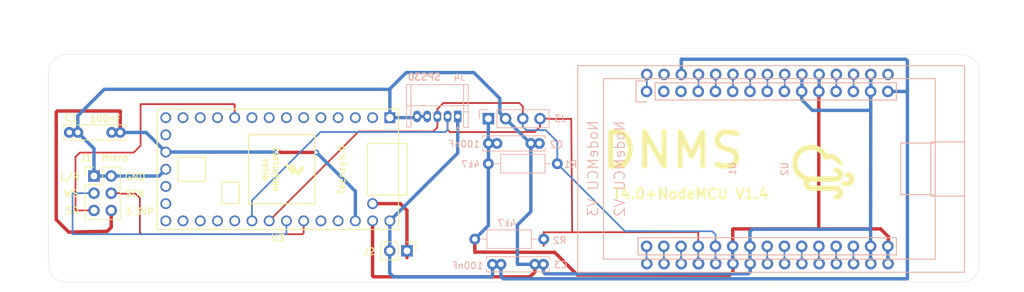
<source format=kicad_pcb>
(kicad_pcb (version 20171130) (host pcbnew "(5.1.5)-3")

  (general
    (thickness 1.6)
    (drawings 20)
    (tracks 265)
    (zones 0)
    (modules 17)
    (nets 55)
  )

  (page A4)
  (title_block
    (title "DNMS - Digital Noise Maesurement Sensor")
    (date 2019-06-09)
    (rev 0.9.0)
  )

  (layers
    (0 F.Cu signal)
    (31 B.Cu signal)
    (32 B.Adhes user)
    (33 F.Adhes user)
    (34 B.Paste user)
    (35 F.Paste user)
    (36 B.SilkS user)
    (37 F.SilkS user)
    (38 B.Mask user)
    (39 F.Mask user)
    (40 Dwgs.User user)
    (41 Cmts.User user)
    (42 Eco1.User user)
    (43 Eco2.User user)
    (44 Edge.Cuts user)
    (45 Margin user)
    (46 B.CrtYd user)
    (47 F.CrtYd user)
    (48 B.Fab user)
    (49 F.Fab user)
  )

  (setup
    (last_trace_width 0.25)
    (user_trace_width 0.5)
    (trace_clearance 0.2)
    (zone_clearance 0.508)
    (zone_45_only no)
    (trace_min 0.2)
    (via_size 0.8)
    (via_drill 0.4)
    (via_min_size 0.4)
    (via_min_drill 0.3)
    (uvia_size 0.3)
    (uvia_drill 0.1)
    (uvias_allowed no)
    (uvia_min_size 0.2)
    (uvia_min_drill 0.1)
    (edge_width 0.05)
    (segment_width 0.2)
    (pcb_text_width 0.3)
    (pcb_text_size 1.5 1.5)
    (mod_edge_width 0.12)
    (mod_text_size 1 1)
    (mod_text_width 0.15)
    (pad_size 1.7 1.7)
    (pad_drill 1)
    (pad_to_mask_clearance 0.051)
    (solder_mask_min_width 0.25)
    (aux_axis_origin 60.8584 94.1832)
    (visible_elements 7FFFFFFF)
    (pcbplotparams
      (layerselection 0x010fc_ffffffff)
      (usegerberextensions false)
      (usegerberattributes false)
      (usegerberadvancedattributes false)
      (creategerberjobfile false)
      (excludeedgelayer true)
      (linewidth 0.100000)
      (plotframeref false)
      (viasonmask false)
      (mode 1)
      (useauxorigin false)
      (hpglpennumber 1)
      (hpglpenspeed 20)
      (hpglpendiameter 15.000000)
      (psnegative false)
      (psa4output false)
      (plotreference true)
      (plotvalue true)
      (plotinvisibletext false)
      (padsonsilk false)
      (subtractmaskfromsilk false)
      (outputformat 1)
      (mirror false)
      (drillshape 0)
      (scaleselection 1)
      (outputdirectory "Gerber/"))
  )

  (net 0 "")
  (net 1 GND)
  (net 2 +3V3)
  (net 3 +5V)
  (net 4 SDA)
  (net 5 SCL)
  (net 6 SD)
  (net 7 WS)
  (net 8 SCK)
  (net 9 "Net-(U1-Pad5)")
  (net 10 "Net-(U1-Pad1)")
  (net 11 "Net-(U2-Pad2)")
  (net 12 "Net-(U2-Pad15)")
  (net 13 +3.3VP)
  (net 14 "Net-(J2-Pad1)")
  (net 15 "Net-(U1-Pad29)")
  (net 16 "Net-(U1-Pad28)")
  (net 17 "Net-(U1-Pad20)")
  (net 18 "Net-(U1-Pad21)")
  (net 19 "Net-(U1-Pad23)")
  (net 20 "Net-(U1-Pad22)")
  (net 21 "Net-(U1-Pad19)")
  (net 22 "Net-(U1-Pad18)")
  (net 23 "Net-(U1-Pad30)")
  (net 24 "Net-(U1-Pad13)")
  (net 25 "Net-(U1-Pad12)")
  (net 26 "Net-(U1-Pad9)")
  (net 27 "Net-(U1-Pad8)")
  (net 28 "Net-(U1-Pad7)")
  (net 29 "Net-(U1-Pad6)")
  (net 30 "Net-(U1-Pad4)")
  (net 31 "Net-(U1-Pad3)")
  (net 32 "Net-(U1-Pad2)")
  (net 33 "Net-(U3-Pad2)")
  (net 34 "Net-(U3-Pad3)")
  (net 35 "Net-(U3-Pad4)")
  (net 36 "Net-(U3-Pad5)")
  (net 37 "Net-(U3-Pad6)")
  (net 38 "Net-(U3-Pad7)")
  (net 39 "Net-(U3-Pad8)")
  (net 40 "Net-(U3-Pad9)")
  (net 41 "Net-(U3-Pad11)")
  (net 42 "Net-(U3-Pad12)")
  (net 43 "Net-(U3-Pad13)")
  (net 44 "Net-(U3-Pad30)")
  (net 45 "Net-(U3-Pad29)")
  (net 46 "Net-(U3-Pad24)")
  (net 47 "Net-(U3-Pad23)")
  (net 48 "Net-(U3-Pad22)")
  (net 49 "Net-(U3-Pad21)")
  (net 50 "Net-(U3-Pad14)")
  (net 51 "Net-(U3-Pad15)")
  (net 52 "Net-(U3-Pad20)")
  (net 53 "Net-(U3-Pad19)")
  (net 54 "Net-(U3-Pad18)")

  (net_class Default "Dies ist die voreingestellte Netzklasse."
    (clearance 0.2)
    (trace_width 0.25)
    (via_dia 0.8)
    (via_drill 0.4)
    (uvia_dia 0.3)
    (uvia_drill 0.1)
    (add_net +3.3VP)
    (add_net +3V3)
    (add_net +5V)
    (add_net GND)
    (add_net "Net-(J2-Pad1)")
    (add_net "Net-(U1-Pad1)")
    (add_net "Net-(U1-Pad12)")
    (add_net "Net-(U1-Pad13)")
    (add_net "Net-(U1-Pad18)")
    (add_net "Net-(U1-Pad19)")
    (add_net "Net-(U1-Pad2)")
    (add_net "Net-(U1-Pad20)")
    (add_net "Net-(U1-Pad21)")
    (add_net "Net-(U1-Pad22)")
    (add_net "Net-(U1-Pad23)")
    (add_net "Net-(U1-Pad28)")
    (add_net "Net-(U1-Pad29)")
    (add_net "Net-(U1-Pad3)")
    (add_net "Net-(U1-Pad30)")
    (add_net "Net-(U1-Pad4)")
    (add_net "Net-(U1-Pad5)")
    (add_net "Net-(U1-Pad6)")
    (add_net "Net-(U1-Pad7)")
    (add_net "Net-(U1-Pad8)")
    (add_net "Net-(U1-Pad9)")
    (add_net "Net-(U2-Pad15)")
    (add_net "Net-(U2-Pad2)")
    (add_net "Net-(U3-Pad11)")
    (add_net "Net-(U3-Pad12)")
    (add_net "Net-(U3-Pad13)")
    (add_net "Net-(U3-Pad14)")
    (add_net "Net-(U3-Pad15)")
    (add_net "Net-(U3-Pad18)")
    (add_net "Net-(U3-Pad19)")
    (add_net "Net-(U3-Pad2)")
    (add_net "Net-(U3-Pad20)")
    (add_net "Net-(U3-Pad21)")
    (add_net "Net-(U3-Pad22)")
    (add_net "Net-(U3-Pad23)")
    (add_net "Net-(U3-Pad24)")
    (add_net "Net-(U3-Pad29)")
    (add_net "Net-(U3-Pad3)")
    (add_net "Net-(U3-Pad30)")
    (add_net "Net-(U3-Pad4)")
    (add_net "Net-(U3-Pad5)")
    (add_net "Net-(U3-Pad6)")
    (add_net "Net-(U3-Pad7)")
    (add_net "Net-(U3-Pad8)")
    (add_net "Net-(U3-Pad9)")
    (add_net SCK)
    (add_net SCL)
    (add_net SD)
    (add_net SDA)
    (add_net WS)
  )

  (module ESP8266:NodeMCU_V3 (layer B.Cu) (tedit 5ECE4E10) (tstamp 5D6C51F6)
    (at 169.46372 73.75398 270)
    (descr "Through-hole-mounted NodeMCU V3")
    (path /5D6AFABD)
    (fp_text reference U2 (at 0 0 90) (layer B.SilkS)
      (effects (font (size 1 1) (thickness 0.15)) (justify mirror))
    )
    (fp_text value "NodeMCU V3" (at -0.08 28.25 90) (layer B.SilkS)
      (effects (font (size 1.5 1.5) (thickness 0.15)) (justify mirror))
    )
    (fp_line (start -4.01 -21.57) (end -4 -26.51) (layer B.SilkS) (width 0.15))
    (fp_line (start 4 -21.53) (end 4 -26.48) (layer B.SilkS) (width 0.15))
    (fp_line (start -4 -21.53) (end 4 -21.53) (layer B.SilkS) (width 0.15))
    (fp_line (start 15.25 -26.5) (end 15.25 30.5) (layer B.SilkS) (width 0.15))
    (fp_line (start -15.25 -26.5) (end 15.25 -26.5) (layer B.SilkS) (width 0.15))
    (fp_line (start -15.25 30.5) (end -15.25 -26.5) (layer B.SilkS) (width 0.15))
    (fp_line (start -14.75 30.5) (end -15.25 30.5) (layer B.SilkS) (width 0.15))
    (fp_line (start 15.25 30.5) (end -14.75 30.5) (layer B.SilkS) (width 0.15))
    (fp_text user D0 (at 11.43 20.32 90) (layer B.SilkS) hide
      (effects (font (size 1 1) (thickness 0.15)) (justify mirror))
    )
    (fp_text user D1 (at 11.43 17.78 90) (layer B.SilkS) hide
      (effects (font (size 1 1) (thickness 0.15)) (justify mirror))
    )
    (fp_text user D2 (at 11.43 15.24 90) (layer B.SilkS) hide
      (effects (font (size 1 1) (thickness 0.15)) (justify mirror))
    )
    (fp_text user D3 (at 11.43 12.7 90) (layer B.SilkS) hide
      (effects (font (size 1 1) (thickness 0.15)) (justify mirror))
    )
    (fp_text user D4 (at 11.43 10.16 90) (layer B.SilkS) hide
      (effects (font (size 1 1) (thickness 0.15)) (justify mirror))
    )
    (fp_text user 3V (at 11.43 7.62 90) (layer B.SilkS) hide
      (effects (font (size 1 1) (thickness 0.15)) (justify mirror))
    )
    (fp_text user G (at 11.43 5.08 90) (layer B.SilkS) hide
      (effects (font (size 1 1) (thickness 0.15)) (justify mirror))
    )
    (fp_text user D5 (at 11.43 2.54 90) (layer B.SilkS) hide
      (effects (font (size 1 1) (thickness 0.15)) (justify mirror))
    )
    (fp_text user D6 (at 11.43 0 90) (layer B.SilkS) hide
      (effects (font (size 1 1) (thickness 0.15)) (justify mirror))
    )
    (fp_text user D7 (at 11.43 -2.54 90) (layer B.SilkS) hide
      (effects (font (size 1 1) (thickness 0.15)) (justify mirror))
    )
    (fp_text user D8 (at 11.43 -5.08 90) (layer B.SilkS) hide
      (effects (font (size 1 1) (thickness 0.15)) (justify mirror))
    )
    (fp_text user RX (at 11.43 -7.62 90) (layer B.SilkS) hide
      (effects (font (size 1 1) (thickness 0.15)) (justify mirror))
    )
    (fp_text user TX (at 11.43 -10.16 90) (layer B.SilkS) hide
      (effects (font (size 1 1) (thickness 0.15)) (justify mirror))
    )
    (fp_text user G (at 11.43 -12.7 90) (layer B.SilkS) hide
      (effects (font (size 1 1) (thickness 0.15)) (justify mirror))
    )
    (fp_text user 3V (at 11.43 -15.24 90) (layer B.SilkS) hide
      (effects (font (size 1 1) (thickness 0.15)) (justify mirror))
    )
    (fp_text user A0 (at -11.43 20.32 90) (layer B.SilkS) hide
      (effects (font (size 1 1) (thickness 0.15)) (justify mirror))
    )
    (fp_text user G (at -11.43 17.78 90) (layer B.SilkS) hide
      (effects (font (size 1 1) (thickness 0.15)) (justify mirror))
    )
    (fp_text user VU (at -11.43 15.24 90) (layer B.SilkS) hide
      (effects (font (size 1 1) (thickness 0.15)) (justify mirror))
    )
    (fp_text user S3 (at -11.43 12.7 90) (layer B.SilkS) hide
      (effects (font (size 1 1) (thickness 0.15)) (justify mirror))
    )
    (fp_text user S2 (at -11.43 10.16 90) (layer B.SilkS) hide
      (effects (font (size 1 1) (thickness 0.15)) (justify mirror))
    )
    (fp_text user S1 (at -11.43 7.62 90) (layer B.SilkS) hide
      (effects (font (size 1 1) (thickness 0.15)) (justify mirror))
    )
    (fp_text user SC (at -11.43 5.08 90) (layer B.SilkS) hide
      (effects (font (size 1 1) (thickness 0.15)) (justify mirror))
    )
    (fp_text user SO (at -11.43 2.54 90) (layer B.SilkS) hide
      (effects (font (size 1 1) (thickness 0.15)) (justify mirror))
    )
    (fp_text user SK (at -11.43 0 90) (layer B.SilkS) hide
      (effects (font (size 1 1) (thickness 0.15)) (justify mirror))
    )
    (fp_text user G (at -11.43 -2.54 90) (layer B.SilkS) hide
      (effects (font (size 1 1) (thickness 0.15)) (justify mirror))
    )
    (fp_text user 3V (at -11.43 -5.08 90) (layer B.SilkS) hide
      (effects (font (size 1 1) (thickness 0.15)) (justify mirror))
    )
    (fp_text user EN (at -11.43 -7.62 90) (layer B.SilkS) hide
      (effects (font (size 1 1) (thickness 0.15)) (justify mirror))
    )
    (fp_text user RST (at -11.43 -10.16 90) (layer B.SilkS) hide
      (effects (font (size 1 1) (thickness 0.15)) (justify mirror))
    )
    (fp_text user G (at -11.43 -12.7 90) (layer B.SilkS) hide
      (effects (font (size 1 1) (thickness 0.15)) (justify mirror))
    )
    (fp_text user VIN (at -11.43 -15.24 90) (layer B.SilkS) hide
      (effects (font (size 1 1) (thickness 0.15)) (justify mirror))
    )
    (pad 30 thru_hole circle (at 13.97 20.32 270) (size 1.7 1.7) (drill 1) (layers *.Cu *.Mask)
      (net 23 "Net-(U1-Pad30)"))
    (pad 29 thru_hole circle (at 13.97 17.78 270) (size 1.7 1.7) (drill 1) (layers *.Cu *.Mask)
      (net 15 "Net-(U1-Pad29)"))
    (pad 28 thru_hole circle (at 13.97 15.24 270) (size 1.7 1.7) (drill 1) (layers *.Cu *.Mask)
      (net 16 "Net-(U1-Pad28)"))
    (pad 27 thru_hole circle (at 13.97 12.7 270) (size 1.74 1.74) (drill 1) (layers *.Cu *.Mask)
      (net 4 SDA))
    (pad 26 thru_hole circle (at 13.97 10.16 270) (size 1.7 1.7) (drill 1) (layers *.Cu *.Mask)
      (net 5 SCL))
    (pad 25 thru_hole circle (at 13.97 7.62 270) (size 1.7 1.7) (drill 1) (layers *.Cu *.Mask)
      (net 2 +3V3))
    (pad 24 thru_hole circle (at 13.97 5.08 270) (size 1.7 1.7) (drill 1) (layers *.Cu *.Mask)
      (net 1 GND))
    (pad 23 thru_hole circle (at 13.97 2.54 270) (size 1.7 1.7) (drill 1) (layers *.Cu *.Mask)
      (net 19 "Net-(U1-Pad23)"))
    (pad 22 thru_hole circle (at 13.97 0 270) (size 1.7 1.7) (drill 1) (layers *.Cu *.Mask)
      (net 20 "Net-(U1-Pad22)"))
    (pad 21 thru_hole circle (at 13.97 -2.54 270) (size 1.7 1.7) (drill 1) (layers *.Cu *.Mask)
      (net 18 "Net-(U1-Pad21)"))
    (pad 20 thru_hole circle (at 13.97 -5.08 270) (size 1.7 1.7) (drill 1) (layers *.Cu *.Mask)
      (net 17 "Net-(U1-Pad20)"))
    (pad 19 thru_hole circle (at 13.97 -7.62 270) (size 1.7 1.7) (drill 1) (layers *.Cu *.Mask)
      (net 21 "Net-(U1-Pad19)"))
    (pad 18 thru_hole circle (at 13.97 -10.16 270) (size 1.7 1.7) (drill 1) (layers *.Cu *.Mask)
      (net 22 "Net-(U1-Pad18)"))
    (pad 17 thru_hole circle (at 13.97 -12.7 270) (size 1.7 1.7) (drill 1) (layers *.Cu *.Mask)
      (net 1 GND))
    (pad 16 thru_hole circle (at 13.97 -15.24 270) (size 1.7 1.7) (drill 1) (layers *.Cu *.Mask)
      (net 2 +3V3))
    (pad 15 thru_hole circle (at -13.97 -15.24 270) (size 1.7 1.7) (drill 1) (layers *.Cu *.Mask)
      (net 12 "Net-(U2-Pad15)"))
    (pad 14 thru_hole circle (at -13.97 -12.7 270) (size 1.7 1.7) (drill 1) (layers *.Cu *.Mask)
      (net 1 GND))
    (pad 13 thru_hole circle (at -13.97 -10.16 270) (size 1.7 1.7) (drill 1) (layers *.Cu *.Mask)
      (net 24 "Net-(U1-Pad13)"))
    (pad 12 thru_hole circle (at -13.97 -7.62 270) (size 1.7 1.7) (drill 1) (layers *.Cu *.Mask)
      (net 25 "Net-(U1-Pad12)"))
    (pad 11 thru_hole circle (at -13.97 -5.08 270) (size 1.7 1.7) (drill 1) (layers *.Cu *.Mask)
      (net 2 +3V3))
    (pad 10 thru_hole circle (at -13.97 -2.54 270) (size 1.7 1.7) (drill 1) (layers *.Cu *.Mask)
      (net 1 GND))
    (pad 9 thru_hole circle (at -13.97 0 270) (size 1.7 1.7) (drill 1) (layers *.Cu *.Mask)
      (net 26 "Net-(U1-Pad9)"))
    (pad 8 thru_hole circle (at -13.97 2.54 270) (size 1.7 1.7) (drill 1) (layers *.Cu *.Mask)
      (net 27 "Net-(U1-Pad8)"))
    (pad 7 thru_hole circle (at -13.97 5.08 270) (size 1.7 1.7) (drill 1) (layers *.Cu *.Mask)
      (net 28 "Net-(U1-Pad7)"))
    (pad 6 thru_hole circle (at -13.97 7.62 270) (size 1.7 1.7) (drill 1) (layers *.Cu *.Mask)
      (net 29 "Net-(U1-Pad6)"))
    (pad 5 thru_hole circle (at -13.97 10.16 270) (size 1.7 1.7) (drill 1) (layers *.Cu *.Mask)
      (net 9 "Net-(U1-Pad5)"))
    (pad 4 thru_hole circle (at -13.97 12.7 270) (size 1.7 1.7) (drill 1) (layers *.Cu *.Mask)
      (net 30 "Net-(U1-Pad4)"))
    (pad 3 thru_hole circle (at -13.97 15.24 270) (size 1.7 1.7) (drill 1) (layers *.Cu *.Mask)
      (net 3 +5V))
    (pad 2 thru_hole circle (at -13.97 17.78 270) (size 1.7 1.7) (drill 1) (layers *.Cu *.Mask)
      (net 11 "Net-(U2-Pad2)"))
    (pad 1 thru_hole circle (at -13.97 20.32 270) (size 1.7 1.7) (drill 1) (layers *.Cu *.Mask)
      (net 10 "Net-(U1-Pad1)"))
  )

  (module nodemcu:NodeMCU_V2 (layer B.Cu) (tedit 5ECE4D23) (tstamp 5D6C51B1)
    (at 149.10816 62.30366 270)
    (descr "Through-hole-mounted NodeMCU V2")
    (tags nodemcu)
    (path /5D6AD866)
    (fp_text reference U1 (at 11.43 -12.68 90) (layer B.SilkS)
      (effects (font (size 1 1) (thickness 0.15)) (justify mirror))
    )
    (fp_text value "NodeMCU V2" (at 11.43 3.96 90) (layer B.SilkS)
      (effects (font (size 1.5 1.5) (thickness 0.15)) (justify mirror))
    )
    (fp_line (start 24.13 -36.83) (end 24.13 1.27) (layer B.SilkS) (width 0.15))
    (fp_line (start 24.13 1.27) (end 21.59 1.27) (layer B.SilkS) (width 0.15))
    (fp_line (start 21.59 1.27) (end 21.59 -36.83) (layer B.SilkS) (width 0.15))
    (fp_line (start 21.59 -36.83) (end 24.13 -36.83) (layer B.SilkS) (width 0.15))
    (fp_line (start -1.55 1.55) (end 1.55 1.55) (layer B.SilkS) (width 0.15))
    (fp_line (start -1.55 0) (end -1.55 1.55) (layer B.SilkS) (width 0.15))
    (fp_line (start 1.27 -1.27) (end -1.27 -1.27) (layer B.SilkS) (width 0.15))
    (fp_line (start 1.55 1.55) (end 1.55 0) (layer B.SilkS) (width 0.15))
    (fp_line (start 1.27 -36.83) (end 1.27 -1.27) (layer B.SilkS) (width 0.15))
    (fp_line (start -1.27 -36.83) (end 1.27 -36.83) (layer B.SilkS) (width 0.15))
    (fp_line (start -1.27 -1.27) (end -1.27 -36.83) (layer B.SilkS) (width 0.15))
    (fp_line (start -1.905 6.35) (end 24.765 6.35) (layer B.SilkS) (width 0.15))
    (fp_line (start 24.765 6.35) (end 24.765 -42.545) (layer B.SilkS) (width 0.15))
    (fp_line (start 24.765 -42.545) (end -1.905 -42.545) (layer B.SilkS) (width 0.15))
    (fp_line (start -1.905 -42.545) (end -1.905 6.35) (layer B.SilkS) (width 0.15))
    (fp_line (start 7.62 -42.545) (end 7.62 -37.465) (layer B.SilkS) (width 0.15))
    (fp_line (start 7.62 -37.465) (end 15.24 -37.465) (layer B.SilkS) (width 0.15))
    (fp_line (start 15.24 -37.465) (end 15.24 -42.545) (layer B.SilkS) (width 0.15))
    (pad 29 thru_hole circle (at 22.86 -2.54 270) (size 1.7 1.7) (drill 1) (layers *.Cu *.Mask)
      (net 15 "Net-(U1-Pad29)"))
    (pad 27 thru_hole circle (at 22.86 -7.62 270) (size 1.7 1.7) (drill 1) (layers *.Cu *.Mask)
      (net 4 SDA))
    (pad 28 thru_hole circle (at 22.86 -5.08 270) (size 1.7 1.7) (drill 1) (layers *.Cu *.Mask)
      (net 16 "Net-(U1-Pad28)"))
    (pad 20 thru_hole circle (at 22.86 -25.4 270) (size 1.7 1.7) (drill 1) (layers *.Cu *.Mask)
      (net 17 "Net-(U1-Pad20)"))
    (pad 21 thru_hole circle (at 22.86 -22.86 270) (size 1.7 1.7) (drill 1) (layers *.Cu *.Mask)
      (net 18 "Net-(U1-Pad21)"))
    (pad 23 thru_hole circle (at 22.86 -17.78 270) (size 1.7 1.7) (drill 1) (layers *.Cu *.Mask)
      (net 19 "Net-(U1-Pad23)"))
    (pad 22 thru_hole circle (at 22.86 -20.32 270) (size 1.7 1.7) (drill 1) (layers *.Cu *.Mask)
      (net 20 "Net-(U1-Pad22)"))
    (pad 16 thru_hole circle (at 22.86 -35.56 270) (size 1.7 1.7) (drill 1) (layers *.Cu *.Mask)
      (net 2 +3V3))
    (pad 24 thru_hole circle (at 22.86 -15.24 270) (size 1.7 1.7) (drill 1) (layers *.Cu *.Mask)
      (net 1 GND))
    (pad 26 thru_hole circle (at 22.86 -10.16 270) (size 1.7 1.7) (drill 1) (layers *.Cu *.Mask)
      (net 5 SCL))
    (pad 25 thru_hole circle (at 22.86 -12.7 270) (size 1.7 1.7) (drill 1) (layers *.Cu *.Mask)
      (net 2 +3V3))
    (pad 19 thru_hole circle (at 22.86 -27.94 270) (size 1.7 1.7) (drill 1) (layers *.Cu *.Mask)
      (net 21 "Net-(U1-Pad19)"))
    (pad 17 thru_hole circle (at 22.86 -33.02 270) (size 1.7 1.7) (drill 1) (layers *.Cu *.Mask)
      (net 1 GND))
    (pad 18 thru_hole circle (at 22.86 -30.48 270) (size 1.7 1.7) (drill 1) (layers *.Cu *.Mask)
      (net 22 "Net-(U1-Pad18)"))
    (pad 30 thru_hole circle (at 22.86 0 270) (size 1.7 1.7) (drill 1) (layers *.Cu *.Mask)
      (net 23 "Net-(U1-Pad30)"))
    (pad 15 thru_hole circle (at 0 -35.56 270) (size 1.7 1.7) (drill 1) (layers *.Cu *.Mask)
      (net 3 +5V))
    (pad 14 thru_hole circle (at 0 -33.02 270) (size 1.7 1.7) (drill 1) (layers *.Cu *.Mask)
      (net 1 GND))
    (pad 13 thru_hole circle (at 0 -30.48 270) (size 1.7 1.7) (drill 1) (layers *.Cu *.Mask)
      (net 24 "Net-(U1-Pad13)"))
    (pad 12 thru_hole circle (at 0 -27.94 270) (size 1.7 1.7) (drill 1) (layers *.Cu *.Mask)
      (net 25 "Net-(U1-Pad12)"))
    (pad 11 thru_hole circle (at 0 -25.4 270) (size 1.7 1.7) (drill 1) (layers *.Cu *.Mask)
      (net 2 +3V3))
    (pad 10 thru_hole circle (at 0 -22.86 270) (size 1.7 1.7) (drill 1) (layers *.Cu *.Mask)
      (net 1 GND))
    (pad 9 thru_hole circle (at 0 -20.32 270) (size 1.7 1.7) (drill 1) (layers *.Cu *.Mask)
      (net 26 "Net-(U1-Pad9)"))
    (pad 8 thru_hole circle (at 0 -17.78 270) (size 1.7 1.7) (drill 1) (layers *.Cu *.Mask)
      (net 27 "Net-(U1-Pad8)"))
    (pad 7 thru_hole circle (at 0 -15.24 270) (size 1.7 1.7) (drill 1) (layers *.Cu *.Mask)
      (net 28 "Net-(U1-Pad7)"))
    (pad 6 thru_hole circle (at 0 -12.7 270) (size 1.7 1.7) (drill 1) (layers *.Cu *.Mask)
      (net 29 "Net-(U1-Pad6)"))
    (pad 5 thru_hole circle (at 0 -10.16 270) (size 1.7 1.7) (drill 1) (layers *.Cu *.Mask)
      (net 9 "Net-(U1-Pad5)"))
    (pad 4 thru_hole circle (at 0 -7.62 270) (size 1.7 1.7) (drill 1) (layers *.Cu *.Mask)
      (net 30 "Net-(U1-Pad4)"))
    (pad 3 thru_hole circle (at 0 -5.08 270) (size 1.7 1.7) (drill 1) (layers *.Cu *.Mask)
      (net 31 "Net-(U1-Pad3)"))
    (pad 2 thru_hole circle (at 0 -2.54 270) (size 1.7 1.7) (drill 1) (layers *.Cu *.Mask)
      (net 32 "Net-(U1-Pad2)"))
    (pad 1 thru_hole circle (at 0 0 270) (size 1.7 1.7) (drill 1) (layers *.Cu *.Mask)
      (net 10 "Net-(U1-Pad1)"))
  )

  (module Connector_PinHeader_2.54mm:PinHeader_2x03_P2.54mm_Vertical (layer F.Cu) (tedit 59FED5CC) (tstamp 5ECD8D61)
    (at 67.6656 74.7903)
    (descr "Through hole straight pin header, 2x03, 2.54mm pitch, double rows")
    (tags "Through hole pin header THT 2x03 2.54mm double row")
    (path /5ECD9C89)
    (fp_text reference J1 (at -1.19888 -2.67462) (layer F.SilkS)
      (effects (font (size 1 1) (thickness 0.15)))
    )
    (fp_text value Conn_02x03_Odd_Even (at 1.27 7.41) (layer F.Fab)
      (effects (font (size 1 1) (thickness 0.15)))
    )
    (fp_text user %R (at 1.27 2.54 90) (layer F.Fab)
      (effects (font (size 1 1) (thickness 0.15)))
    )
    (fp_line (start 4.35 -1.8) (end -1.8 -1.8) (layer F.CrtYd) (width 0.05))
    (fp_line (start 4.35 6.85) (end 4.35 -1.8) (layer F.CrtYd) (width 0.05))
    (fp_line (start -1.8 6.85) (end 4.35 6.85) (layer F.CrtYd) (width 0.05))
    (fp_line (start -1.8 -1.8) (end -1.8 6.85) (layer F.CrtYd) (width 0.05))
    (fp_line (start -1.33 -1.33) (end 0 -1.33) (layer F.SilkS) (width 0.12))
    (fp_line (start -1.33 0) (end -1.33 -1.33) (layer F.SilkS) (width 0.12))
    (fp_line (start 1.27 -1.33) (end 3.87 -1.33) (layer F.SilkS) (width 0.12))
    (fp_line (start 1.27 1.27) (end 1.27 -1.33) (layer F.SilkS) (width 0.12))
    (fp_line (start -1.33 1.27) (end 1.27 1.27) (layer F.SilkS) (width 0.12))
    (fp_line (start 3.87 -1.33) (end 3.87 6.41) (layer F.SilkS) (width 0.12))
    (fp_line (start -1.33 1.27) (end -1.33 6.41) (layer F.SilkS) (width 0.12))
    (fp_line (start -1.33 6.41) (end 3.87 6.41) (layer F.SilkS) (width 0.12))
    (fp_line (start -1.27 0) (end 0 -1.27) (layer F.Fab) (width 0.1))
    (fp_line (start -1.27 6.35) (end -1.27 0) (layer F.Fab) (width 0.1))
    (fp_line (start 3.81 6.35) (end -1.27 6.35) (layer F.Fab) (width 0.1))
    (fp_line (start 3.81 -1.27) (end 3.81 6.35) (layer F.Fab) (width 0.1))
    (fp_line (start 0 -1.27) (end 3.81 -1.27) (layer F.Fab) (width 0.1))
    (pad 6 thru_hole oval (at 2.54 5.08) (size 1.7 1.7) (drill 1) (layers *.Cu *.Mask)
      (net 13 +3.3VP))
    (pad 5 thru_hole oval (at 0 5.08) (size 1.7 1.7) (drill 1) (layers *.Cu *.Mask)
      (net 6 SD))
    (pad 4 thru_hole oval (at 2.54 2.54) (size 1.7 1.7) (drill 1) (layers *.Cu *.Mask)
      (net 8 SCK))
    (pad 3 thru_hole oval (at 0 2.54) (size 1.7 1.7) (drill 1) (layers *.Cu *.Mask)
      (net 7 WS))
    (pad 2 thru_hole oval (at 2.54 0) (size 1.7 1.7) (drill 1) (layers *.Cu *.Mask)
      (net 1 GND))
    (pad 1 thru_hole rect (at 0 0) (size 1.7 1.7) (drill 1) (layers *.Cu *.Mask)
      (net 1 GND))
    (model ${KISYS3DMOD}/Connector_PinHeader_2.54mm.3dshapes/PinHeader_2x03_P2.54mm_Vertical.wrl
      (at (xyz 0 0 0))
      (scale (xyz 1 1 1))
      (rotate (xyz 0 0 0))
    )
  )

  (module C_THT_100nF:C_THT_100nF_L9.0mm_W2.0mm_P5.00mm_P7.50mm (layer B.Cu) (tedit 5EC0017E) (tstamp 5D6C5097)
    (at 126.39802 87.8238)
    (descr "C, Rect series, Radial, pin pitch=7.50mm, , length*width=9*2.0mm^2, Capacitor, https://en.tdk.eu/inf/20/20/db/fc_2009/MKT_B32560_564.pdf")
    (tags "C Rect series Radial pin pitch 5.00mm 7.50mm  length 9mm width 2.0mm Capacitor")
    (path /5CFC928F)
    (fp_text reference C3 (at 10.07364 0.07544) (layer B.SilkS)
      (effects (font (size 1 1) (thickness 0.15)) (justify mirror))
    )
    (fp_text value 100nF (at -3.67792 0.19812) (layer B.SilkS)
      (effects (font (size 1 1) (thickness 0.15)) (justify mirror))
    )
    (fp_line (start -0.75 1) (end -0.75 -1) (layer B.Fab) (width 0.1))
    (fp_line (start -0.75 -1) (end 8.25 -1) (layer B.Fab) (width 0.1))
    (fp_line (start 8.25 -1) (end 8.25 1) (layer B.Fab) (width 0.1))
    (fp_line (start 8.25 1) (end -0.75 1) (layer B.Fab) (width 0.1))
    (fp_line (start -0.87 1.12) (end 8.37 1.12) (layer B.SilkS) (width 0.12))
    (fp_line (start -0.87 -1.12) (end 8.37 -1.12) (layer B.SilkS) (width 0.12))
    (fp_line (start -0.87 1.12) (end -0.87 0.665) (layer B.SilkS) (width 0.12))
    (fp_line (start -0.87 -0.665) (end -0.87 -1.12) (layer B.SilkS) (width 0.12))
    (fp_line (start 8.37 1.12) (end 8.37 0.665) (layer B.SilkS) (width 0.12))
    (fp_line (start 8.37 -0.665) (end 8.37 -1.12) (layer B.SilkS) (width 0.12))
    (fp_line (start -1.05 1.25) (end -1.05 -1.25) (layer B.CrtYd) (width 0.05))
    (fp_line (start -1.05 -1.25) (end 8.55 -1.25) (layer B.CrtYd) (width 0.05))
    (fp_line (start 8.55 -1.25) (end 8.55 1.25) (layer B.CrtYd) (width 0.05))
    (fp_line (start 8.55 1.25) (end -1.05 1.25) (layer B.CrtYd) (width 0.05))
    (fp_text user %R (at 3.75 0) (layer B.Fab)
      (effects (font (size 1 1) (thickness 0.15)) (justify mirror))
    )
    (pad 2 thru_hole circle (at 6.25 0) (size 1.6 1.6) (drill 0.8) (layers *.Cu *.Mask)
      (net 1 GND))
    (pad 1 thru_hole circle (at 1.25 0) (size 1.6 1.6) (drill 0.8) (layers *.Cu *.Mask)
      (net 3 +5V))
    (pad 1 thru_hole circle (at 0 0) (size 1.6 1.6) (drill 0.8) (layers *.Cu *.Mask)
      (net 3 +5V))
    (pad 2 thru_hole circle (at 7.5 0) (size 1.6 1.6) (drill 0.8) (layers *.Cu *.Mask)
      (net 1 GND))
    (model ${KISYS3DMOD}/Capacitor_THT.3dshapes/C_Rect_L9.0mm_W2.5mm_P7.50mm_MKT.wrl
      (at (xyz 0 0 0))
      (scale (xyz 1 1 1))
      (rotate (xyz 0 0 0))
    )
  )

  (module C_THT_100nF:C_THT_100nF_L9.0mm_W2.0mm_P5.00mm_P7.50mm (layer B.Cu) (tedit 5EC0017E) (tstamp 5D6C5080)
    (at 125.80544 69.97638)
    (descr "C, Rect series, Radial, pin pitch=7.50mm, , length*width=9*2.0mm^2, Capacitor, https://en.tdk.eu/inf/20/20/db/fc_2009/MKT_B32560_564.pdf")
    (tags "C Rect series Radial pin pitch 5.00mm 7.50mm  length 9mm width 2.0mm Capacitor")
    (path /5D6C86C9)
    (fp_text reference C2 (at 10.00582 0.16318) (layer B.SilkS)
      (effects (font (size 1 1) (thickness 0.15)) (justify mirror))
    )
    (fp_text value 100nF (at -3.58572 0.09714) (layer B.SilkS)
      (effects (font (size 1 1) (thickness 0.15)) (justify mirror))
    )
    (fp_line (start -0.75 1) (end -0.75 -1) (layer B.Fab) (width 0.1))
    (fp_line (start -0.75 -1) (end 8.25 -1) (layer B.Fab) (width 0.1))
    (fp_line (start 8.25 -1) (end 8.25 1) (layer B.Fab) (width 0.1))
    (fp_line (start 8.25 1) (end -0.75 1) (layer B.Fab) (width 0.1))
    (fp_line (start -0.87 1.12) (end 8.37 1.12) (layer B.SilkS) (width 0.12))
    (fp_line (start -0.87 -1.12) (end 8.37 -1.12) (layer B.SilkS) (width 0.12))
    (fp_line (start -0.87 1.12) (end -0.87 0.665) (layer B.SilkS) (width 0.12))
    (fp_line (start -0.87 -0.665) (end -0.87 -1.12) (layer B.SilkS) (width 0.12))
    (fp_line (start 8.37 1.12) (end 8.37 0.665) (layer B.SilkS) (width 0.12))
    (fp_line (start 8.37 -0.665) (end 8.37 -1.12) (layer B.SilkS) (width 0.12))
    (fp_line (start -1.05 1.25) (end -1.05 -1.25) (layer B.CrtYd) (width 0.05))
    (fp_line (start -1.05 -1.25) (end 8.55 -1.25) (layer B.CrtYd) (width 0.05))
    (fp_line (start 8.55 -1.25) (end 8.55 1.25) (layer B.CrtYd) (width 0.05))
    (fp_line (start 8.55 1.25) (end -1.05 1.25) (layer B.CrtYd) (width 0.05))
    (fp_text user %R (at 3.75 0) (layer B.Fab)
      (effects (font (size 1 1) (thickness 0.15)) (justify mirror))
    )
    (pad 2 thru_hole circle (at 6.25 0) (size 1.6 1.6) (drill 0.8) (layers *.Cu *.Mask)
      (net 1 GND))
    (pad 1 thru_hole circle (at 1.25 0) (size 1.6 1.6) (drill 0.8) (layers *.Cu *.Mask)
      (net 2 +3V3))
    (pad 1 thru_hole circle (at 0 0) (size 1.6 1.6) (drill 0.8) (layers *.Cu *.Mask)
      (net 2 +3V3))
    (pad 2 thru_hole circle (at 7.5 0) (size 1.6 1.6) (drill 0.8) (layers *.Cu *.Mask)
      (net 1 GND))
    (model ${KISYS3DMOD}/Capacitor_THT.3dshapes/C_Rect_L9.0mm_W2.5mm_P7.50mm_MKT.wrl
      (at (xyz 0 0 0))
      (scale (xyz 1 1 1))
      (rotate (xyz 0 0 0))
    )
  )

  (module C_THT_100nF:C_THT_100nF_L9.0mm_W2.0mm_P5.00mm_P7.50mm (layer F.Cu) (tedit 5EC0017E) (tstamp 5D6C5069)
    (at 71.53148 68.3514 180)
    (descr "C, Rect series, Radial, pin pitch=7.50mm, , length*width=9*2.0mm^2, Capacitor, https://en.tdk.eu/inf/20/20/db/fc_2009/MKT_B32560_564.pdf")
    (tags "C Rect series Radial pin pitch 5.00mm 7.50mm  length 9mm width 2.0mm Capacitor")
    (path /5D6D4B7C)
    (fp_text reference C1 (at 7.24154 2.0955) (layer F.SilkS)
      (effects (font (size 1 1) (thickness 0.15)))
    )
    (fp_text value 100nF (at 2.19456 2.02946) (layer F.SilkS)
      (effects (font (size 1 1) (thickness 0.15)))
    )
    (fp_line (start -0.75 -1) (end -0.75 1) (layer F.Fab) (width 0.1))
    (fp_line (start -0.75 1) (end 8.25 1) (layer F.Fab) (width 0.1))
    (fp_line (start 8.25 1) (end 8.25 -1) (layer F.Fab) (width 0.1))
    (fp_line (start 8.25 -1) (end -0.75 -1) (layer F.Fab) (width 0.1))
    (fp_line (start -0.87 -1.12) (end 8.37 -1.12) (layer F.SilkS) (width 0.12))
    (fp_line (start -0.87 1.12) (end 8.37 1.12) (layer F.SilkS) (width 0.12))
    (fp_line (start -0.87 -1.12) (end -0.87 -0.665) (layer F.SilkS) (width 0.12))
    (fp_line (start -0.87 0.665) (end -0.87 1.12) (layer F.SilkS) (width 0.12))
    (fp_line (start 8.37 -1.12) (end 8.37 -0.665) (layer F.SilkS) (width 0.12))
    (fp_line (start 8.37 0.665) (end 8.37 1.12) (layer F.SilkS) (width 0.12))
    (fp_line (start -1.05 -1.25) (end -1.05 1.25) (layer F.CrtYd) (width 0.05))
    (fp_line (start -1.05 1.25) (end 8.55 1.25) (layer F.CrtYd) (width 0.05))
    (fp_line (start 8.55 1.25) (end 8.55 -1.25) (layer F.CrtYd) (width 0.05))
    (fp_line (start 8.55 -1.25) (end -1.05 -1.25) (layer F.CrtYd) (width 0.05))
    (fp_text user %R (at 3.75 0) (layer F.Fab)
      (effects (font (size 1 1) (thickness 0.15)))
    )
    (pad 2 thru_hole circle (at 6.25 0 180) (size 1.6 1.6) (drill 0.8) (layers *.Cu *.Mask)
      (net 1 GND))
    (pad 1 thru_hole circle (at 1.25 0 180) (size 1.6 1.6) (drill 0.8) (layers *.Cu *.Mask)
      (net 13 +3.3VP))
    (pad 1 thru_hole circle (at 0 0 180) (size 1.6 1.6) (drill 0.8) (layers *.Cu *.Mask)
      (net 13 +3.3VP))
    (pad 2 thru_hole circle (at 7.5 0 180) (size 1.6 1.6) (drill 0.8) (layers *.Cu *.Mask)
      (net 1 GND))
    (model ${KISYS3DMOD}/Capacitor_THT.3dshapes/C_Rect_L9.0mm_W2.5mm_P7.50mm_MKT.wrl
      (at (xyz 0 0 0))
      (scale (xyz 1 1 1))
      (rotate (xyz 0 0 0))
    )
  )

  (module MountingHole:MountingHole_2.7mm_M2.5 (layer F.Cu) (tedit 56D1B4CB) (tstamp 5D6D4CC6)
    (at 137.008 59.928)
    (descr "Mounting Hole 2.7mm, no annular, M2.5")
    (tags "mounting hole 2.7mm no annular m2.5")
    (attr virtual)
    (fp_text reference REF1 (at 0 -3.7) (layer F.Fab) hide
      (effects (font (size 1 1) (thickness 0.15)))
    )
    (fp_text value MountingHole_2.7mm_M2.5 (at 0 3.7) (layer F.Fab)
      (effects (font (size 1 1) (thickness 0.15)))
    )
    (fp_text user %R (at 0.4826 0) (layer F.Fab)
      (effects (font (size 1 1) (thickness 0.15)))
    )
    (fp_circle (center 0 0) (end 2.7 0) (layer Cmts.User) (width 0.15))
    (fp_circle (center 0 0) (end 2.95 0) (layer F.CrtYd) (width 0.05))
    (pad 1 np_thru_hole circle (at 0 0) (size 2.7 2.7) (drill 2.7) (layers *.Cu *.Mask))
  )

  (module MountingHole:MountingHole_2.7mm_M2.5 (layer F.Cu) (tedit 56D1B4CB) (tstamp 5D6D4CC6)
    (at 119 86)
    (descr "Mounting Hole 2.7mm, no annular, M2.5")
    (tags "mounting hole 2.7mm no annular m2.5")
    (attr virtual)
    (fp_text reference REF1 (at 0 -3.7) (layer F.Fab) hide
      (effects (font (size 1 1) (thickness 0.15)))
    )
    (fp_text value MountingHole_2.7mm_M2.5 (at 0 3.7) (layer F.Fab)
      (effects (font (size 1 1) (thickness 0.15)))
    )
    (fp_text user %R (at 0.4826 0) (layer F.Fab)
      (effects (font (size 1 1) (thickness 0.15)))
    )
    (fp_circle (center 0 0) (end 2.7 0) (layer Cmts.User) (width 0.15))
    (fp_circle (center 0 0) (end 2.95 0) (layer F.CrtYd) (width 0.05))
    (pad 1 np_thru_hole circle (at 0 0) (size 2.7 2.7) (drill 2.7) (layers *.Cu *.Mask))
  )

  (module MountingHole:MountingHole_2.7mm_M2.5 (layer F.Cu) (tedit 56D1B4CB) (tstamp 5D6D4CC6)
    (at 64.008 87.392)
    (descr "Mounting Hole 2.7mm, no annular, M2.5")
    (tags "mounting hole 2.7mm no annular m2.5")
    (attr virtual)
    (fp_text reference REF1 (at 0 -3.7) (layer F.Fab) hide
      (effects (font (size 1 1) (thickness 0.15)))
    )
    (fp_text value MountingHole_2.7mm_M2.5 (at 0 3.7) (layer F.Fab)
      (effects (font (size 1 1) (thickness 0.15)))
    )
    (fp_text user %R (at 0.4826 0) (layer F.Fab)
      (effects (font (size 1 1) (thickness 0.15)))
    )
    (fp_circle (center 0 0) (end 2.7 0) (layer Cmts.User) (width 0.15))
    (fp_circle (center 0 0) (end 2.95 0) (layer F.CrtYd) (width 0.05))
    (pad 1 np_thru_hole circle (at 0 0) (size 2.7 2.7) (drill 2.7) (layers *.Cu *.Mask))
  )

  (module MountingHole:MountingHole_2.7mm_M2.5 (layer F.Cu) (tedit 56D1B4CB) (tstamp 5D6D4CC6)
    (at 64.008 59.928)
    (descr "Mounting Hole 2.7mm, no annular, M2.5")
    (tags "mounting hole 2.7mm no annular m2.5")
    (attr virtual)
    (fp_text reference REF1 (at 0 -3.7) (layer F.Fab) hide
      (effects (font (size 1 1) (thickness 0.15)))
    )
    (fp_text value MountingHole_2.7mm_M2.5 (at 0 3.7) (layer F.Fab)
      (effects (font (size 1 1) (thickness 0.15)))
    )
    (fp_text user %R (at 0.4826 0) (layer F.Fab)
      (effects (font (size 1 1) (thickness 0.15)))
    )
    (fp_circle (center 0 0) (end 2.7 0) (layer Cmts.User) (width 0.15))
    (fp_circle (center 0 0) (end 2.95 0) (layer F.CrtYd) (width 0.05))
    (pad 1 np_thru_hole circle (at 0 0) (size 2.7 2.7) (drill 2.7) (layers *.Cu *.Mask))
  )

  (module "logos eigene:logo luftdaten.info" (layer F.Cu) (tedit 0) (tstamp 5D6D33C6)
    (at 175.17364 74.26706)
    (fp_text reference G*** (at 0 0) (layer F.SilkS) hide
      (effects (font (size 1.524 1.524) (thickness 0.3)))
    )
    (fp_text value LOGO (at 0.75 0) (layer F.SilkS) hide
      (effects (font (size 1.524 1.524) (thickness 0.3)))
    )
    (fp_poly (pts (xy -1.565841 -4.056015) (xy -1.317239 -4.033177) (xy -1.102881 -3.99716) (xy -0.934086 -3.949639)
      (xy -0.867104 -3.920432) (xy -0.797179 -3.887719) (xy -0.752941 -3.873703) (xy -0.752584 -3.873696)
      (xy -0.715556 -3.858675) (xy -0.637565 -3.818604) (xy -0.532343 -3.760689) (xy -0.475401 -3.72821)
      (xy -0.253398 -3.580766) (xy -0.030355 -3.398154) (xy 0.175131 -3.197431) (xy 0.34446 -2.995651)
      (xy 0.383087 -2.940949) (xy 0.519954 -2.737653) (xy 0.823539 -2.739073) (xy 1.014446 -2.733309)
      (xy 1.20223 -2.715883) (xy 1.370061 -2.689217) (xy 1.501108 -2.655731) (xy 1.553857 -2.634019)
      (xy 1.610256 -2.606371) (xy 1.69982 -2.56433) (xy 1.757984 -2.537605) (xy 1.837339 -2.494252)
      (xy 1.940192 -2.42819) (xy 2.054325 -2.348565) (xy 2.167518 -2.264525) (xy 2.267553 -2.185219)
      (xy 2.342211 -2.119793) (xy 2.379273 -2.077397) (xy 2.38125 -2.070981) (xy 2.40089 -2.033861)
      (xy 2.448955 -1.974336) (xy 2.45675 -1.965803) (xy 2.521468 -1.880933) (xy 2.597253 -1.759371)
      (xy 2.674097 -1.62) (xy 2.741994 -1.481701) (xy 2.790935 -1.363357) (xy 2.808698 -1.30175)
      (xy 2.833377 -1.203367) (xy 2.86406 -1.120519) (xy 2.864688 -1.119236) (xy 2.886783 -1.054635)
      (xy 2.867193 -1.030406) (xy 2.802934 -1.046014) (xy 2.708902 -1.091298) (xy 2.53708 -1.178586)
      (xy 2.398713 -1.237767) (xy 2.274544 -1.27614) (xy 2.162556 -1.29836) (xy 2.041375 -1.327808)
      (xy 1.966039 -1.374101) (xy 1.94397 -1.400486) (xy 1.810212 -1.570327) (xy 1.660971 -1.709484)
      (xy 1.480606 -1.83019) (xy 1.253473 -1.944683) (xy 1.241223 -1.950189) (xy 1.17739 -1.964837)
      (xy 1.068048 -1.976347) (xy 0.931167 -1.983173) (xy 0.844348 -1.984375) (xy 0.670975 -1.980877)
      (xy 0.537741 -1.96662) (xy 0.421488 -1.935964) (xy 0.29906 -1.883267) (xy 0.185601 -1.823898)
      (xy 0.114318 -1.787958) (xy 0.079266 -1.790568) (xy 0.061894 -1.8412) (xy 0.053405 -1.891403)
      (xy 0.01843 -2.014279) (xy -0.047127 -2.167826) (xy -0.133581 -2.333613) (xy -0.231245 -2.493214)
      (xy -0.330431 -2.6282) (xy -0.339618 -2.639117) (xy -0.510617 -2.816014) (xy -0.702193 -2.975248)
      (xy -0.894285 -3.100954) (xy -0.976772 -3.142915) (xy -1.07413 -3.187951) (xy -1.153631 -3.226032)
      (xy -1.180027 -3.239382) (xy -1.280464 -3.274188) (xy -1.42871 -3.301735) (xy -1.609323 -3.320406)
      (xy -1.806865 -3.328584) (xy -1.997896 -3.325072) (xy -2.305222 -3.290357) (xy -2.576341 -3.216353)
      (xy -2.828832 -3.097527) (xy -2.940375 -3.028412) (xy -3.061828 -2.935862) (xy -3.194129 -2.815978)
      (xy -3.322256 -2.684331) (xy -3.431189 -2.556494) (xy -3.505907 -2.448037) (xy -3.513079 -2.434708)
      (xy -3.552731 -2.363105) (xy -3.582016 -2.320158) (xy -3.584541 -2.31775) (xy -3.610798 -2.275609)
      (xy -3.64871 -2.190338) (xy -3.691605 -2.079605) (xy -3.732813 -1.961079) (xy -3.765663 -1.852429)
      (xy -3.776329 -1.80975) (xy -3.795904 -1.679014) (xy -3.805599 -1.516921) (xy -3.806202 -1.338013)
      (xy -3.798498 -1.156836) (xy -3.783273 -0.987934) (xy -3.761314 -0.845849) (xy -3.733405 -0.745126)
      (xy -3.717138 -0.714375) (xy -3.690876 -0.665198) (xy -3.656907 -0.585669) (xy -3.651436 -0.5715)
      (xy -3.540224 -0.350186) (xy -3.380036 -0.129409) (xy -3.183927 0.076703) (xy -2.964951 0.254024)
      (xy -2.788576 0.36226) (xy -2.700445 0.408342) (xy -2.620261 0.44814) (xy -2.542816 0.482114)
      (xy -2.462902 0.510726) (xy -2.375312 0.534436) (xy -2.27484 0.553704) (xy -2.156276 0.568992)
      (xy -2.014414 0.580759) (xy -1.844047 0.589466) (xy -1.639966 0.595575) (xy -1.396965 0.599545)
      (xy -1.109836 0.601837) (xy -0.773371 0.602912) (xy -0.382364 0.60323) (xy -0.064116 0.60325)
      (xy 1.959227 0.60325) (xy 2.043238 0.525391) (xy 2.101492 0.453931) (xy 2.124914 0.366812)
      (xy 2.12725 0.308675) (xy 2.104708 0.17746) (xy 2.034799 0.08526) (xy 1.914092 0.028537)
      (xy 1.841143 0.013471) (xy 1.683199 -0.04006) (xy 1.595437 -0.10547) (xy 1.531721 -0.174535)
      (xy 1.501541 -0.241854) (xy 1.493322 -0.336666) (xy 1.493306 -0.363416) (xy 1.510159 -0.504076)
      (xy 1.565616 -0.6062) (xy 1.67029 -0.686096) (xy 1.719859 -0.711514) (xy 1.781224 -0.737778)
      (xy 1.835582 -0.748651) (xy 1.902144 -0.743714) (xy 2.00012 -0.722548) (xy 2.074565 -0.703785)
      (xy 2.333759 -0.610198) (xy 2.545053 -0.475379) (xy 2.707162 -0.300966) (xy 2.818799 -0.088597)
      (xy 2.878679 0.160088) (xy 2.88925 0.334133) (xy 2.885967 0.457824) (xy 2.877226 0.555527)
      (xy 2.864688 0.611179) (xy 2.859942 0.617615) (xy 2.83227 0.659272) (xy 2.811117 0.724594)
      (xy 2.771092 0.81351) (xy 2.692742 0.922665) (xy 2.590162 1.03646) (xy 2.477445 1.139293)
      (xy 2.368687 1.215565) (xy 2.366352 1.216878) (xy 2.311647 1.246207) (xy 2.256877 1.271398)
      (xy 2.196981 1.292768) (xy 2.126896 1.310628) (xy 2.041559 1.325293) (xy 1.935909 1.337076)
      (xy 1.804881 1.346291) (xy 1.643414 1.353251) (xy 1.446444 1.358271) (xy 1.208911 1.361663)
      (xy 0.92575 1.363742) (xy 0.591899 1.36482) (xy 0.202297 1.365213) (xy -0.028677 1.36525)
      (xy -1.959228 1.36525) (xy -2.043239 1.443108) (xy -2.109953 1.544723) (xy -2.128818 1.668151)
      (xy -2.098854 1.792361) (xy -2.062309 1.851995) (xy -1.997368 1.934555) (xy 0.057003 1.94359)
      (xy 2.111375 1.952625) (xy 2.309076 2.059087) (xy 2.526516 2.207762) (xy 2.695536 2.388592)
      (xy 2.81486 2.593483) (xy 2.883212 2.81434) (xy 2.899316 3.043068) (xy 2.861895 3.271571)
      (xy 2.769673 3.491756) (xy 2.621373 3.695527) (xy 2.574675 3.74365) (xy 2.416079 3.871883)
      (xy 2.245211 3.9531) (xy 2.045842 3.993382) (xy 1.889409 4.0005) (xy 1.767311 3.998186)
      (xy 1.688915 3.987488) (xy 1.634481 3.962769) (xy 1.58427 3.918391) (xy 1.577565 3.91145)
      (xy 1.522319 3.839521) (xy 1.497264 3.75818) (xy 1.49225 3.66339) (xy 1.511236 3.528784)
      (xy 1.572601 3.426203) (xy 1.682949 3.348851) (xy 1.848886 3.289931) (xy 1.857375 3.287706)
      (xy 1.965206 3.253029) (xy 2.050309 3.213518) (xy 2.087562 3.184724) (xy 2.115913 3.109006)
      (xy 2.12617 3.002284) (xy 2.11761 2.894634) (xy 2.09617 2.827002) (xy 2.079926 2.801369)
      (xy 2.057568 2.779392) (xy 2.024417 2.76079) (xy 1.975794 2.745282) (xy 1.90702 2.73259)
      (xy 1.813416 2.722432) (xy 1.690303 2.714528) (xy 1.533001 2.708598) (xy 1.336833 2.704363)
      (xy 1.097118 2.701541) (xy 0.809179 2.699853) (xy 0.468335 2.699019) (xy 0.069908 2.698758)
      (xy -0.045693 2.69875) (xy -0.469082 2.698649) (xy -0.83396 2.698054) (xy -1.145318 2.696521)
      (xy -1.408144 2.693608) (xy -1.627428 2.688871) (xy -1.80816 2.681868) (xy -1.95533 2.672157)
      (xy -2.073925 2.659294) (xy -2.168937 2.642837) (xy -2.245355 2.622343) (xy -2.308168 2.59737)
      (xy -2.362366 2.567475) (xy -2.412938 2.532215) (xy -2.464874 2.491148) (xy -2.474579 2.483246)
      (xy -2.614241 2.361804) (xy -2.709305 2.258787) (xy -2.770444 2.161354) (xy -2.796862 2.0955)
      (xy -2.828424 2.013607) (xy -2.857924 1.958363) (xy -2.861336 1.954212) (xy -2.879525 1.901053)
      (xy -2.888546 1.803403) (xy -2.889017 1.679513) (xy -2.881557 1.547632) (xy -2.866785 1.426013)
      (xy -2.84532 1.332905) (xy -2.839766 1.31807) (xy -2.811001 1.242515) (xy -2.799149 1.19737)
      (xy -2.800078 1.192684) (xy -2.832012 1.176786) (xy -2.903897 1.143195) (xy -2.968625 1.113552)
      (xy -3.223259 0.977037) (xy -3.477749 0.802989) (xy -3.716669 0.604248) (xy -3.924595 0.393653)
      (xy -4.086103 0.184045) (xy -4.087065 0.182563) (xy -4.140394 0.102043) (xy -4.179727 0.045836)
      (xy -4.191025 0.03175) (xy -4.212073 -0.003151) (xy -4.251075 -0.078989) (xy -4.297335 -0.174625)
      (xy -4.348713 -0.282521) (xy -4.39312 -0.373902) (xy -4.418163 -0.423598) (xy -4.45749 -0.53336)
      (xy -4.489841 -0.693235) (xy -4.514613 -0.890157) (xy -4.531199 -1.111059) (xy -4.538996 -1.342876)
      (xy -4.537398 -1.57254) (xy -4.5258 -1.786987) (xy -4.503598 -1.973148) (xy -4.492623 -2.03201)
      (xy -4.388724 -2.376927) (xy -4.227775 -2.709983) (xy -4.016081 -3.023636) (xy -3.759947 -3.31034)
      (xy -3.465675 -3.562553) (xy -3.139572 -3.77273) (xy -2.964491 -3.86064) (xy -2.746098 -3.947217)
      (xy -2.521146 -4.007765) (xy -2.27381 -4.045139) (xy -1.988269 -4.062193) (xy -1.837369 -4.064001)
      (xy -1.565841 -4.056015)) (layer F.SilkS) (width 0.01))
    (fp_poly (pts (xy 3.755629 -0.03606) (xy 3.871683 0.002212) (xy 4.097614 0.110327) (xy 4.27774 0.249729)
      (xy 4.426716 0.4323) (xy 4.453253 0.473728) (xy 4.487682 0.540871) (xy 4.51058 0.619788)
      (xy 4.525016 0.726784) (xy 4.53406 0.878168) (xy 4.535286 0.909596) (xy 4.537266 1.113001)
      (xy 4.523232 1.270547) (xy 4.488965 1.398772) (xy 4.430247 1.514211) (xy 4.354285 1.61925)
      (xy 4.273477 1.716965) (xy 4.206338 1.784904) (xy 4.131735 1.840592) (xy 4.028534 1.901555)
      (xy 3.984625 1.925804) (xy 3.916944 1.960762) (xy 3.854035 1.985235) (xy 3.782166 2.001411)
      (xy 3.687606 2.011476) (xy 3.556626 2.017619) (xy 3.381375 2.021907) (xy 3.214459 2.023229)
      (xy 3.065978 2.020556) (xy 2.949677 2.014413) (xy 2.879303 2.005325) (xy 2.869822 2.002375)
      (xy 2.766293 1.926587) (xy 2.696847 1.812856) (xy 2.665267 1.679046) (xy 2.675339 1.54302)
      (xy 2.730848 1.422644) (xy 2.743613 1.406707) (xy 2.779182 1.368688) (xy 2.817056 1.342664)
      (xy 2.870169 1.325585) (xy 2.951458 1.314403) (xy 3.073859 1.306066) (xy 3.196051 1.300052)
      (xy 3.411253 1.285932) (xy 3.570859 1.263741) (xy 3.682656 1.229282) (xy 3.754431 1.178355)
      (xy 3.793968 1.106763) (xy 3.809054 1.010307) (xy 3.81 0.969019) (xy 3.783001 0.849033)
      (xy 3.711114 0.755944) (xy 3.608001 0.704322) (xy 3.556326 0.6985) (xy 3.456787 0.680598)
      (xy 3.37232 0.64295) (xy 3.261692 0.556816) (xy 3.20078 0.464004) (xy 3.177515 0.343179)
      (xy 3.176056 0.295999) (xy 3.179689 0.19416) (xy 3.200443 0.128176) (xy 3.250616 0.070586)
      (xy 3.293359 0.034061) (xy 3.424075 -0.040845) (xy 3.575947 -0.064097) (xy 3.755629 -0.03606)) (layer F.SilkS) (width 0.01))
  )

  (module Connector_JST_ZH:JST_ZH_S5B-EH_1x05_P1.50mm_Horizontal (layer B.Cu) (tedit 5D0E8DC7) (tstamp 5D6C514F)
    (at 121.27688 65.99048 180)
    (descr "JST EH series connector, S5B-EH (http://www.jst-mfg.com/product/pdf/eng/eEH.pdf), generated with kicad-footprint-generator")
    (tags "connector JST EH horizontal")
    (path /5D6BEE85)
    (fp_text reference J4 (at -0.24942 5.75184) (layer B.SilkS)
      (effects (font (size 1 1) (thickness 0.15)) (justify mirror))
    )
    (fp_text value Conn_01x05 (at 5 -2.7) (layer B.Fab)
      (effects (font (size 1 1) (thickness 0.15)) (justify mirror))
    )
    (fp_text user %R (at 2.94 2.78) (layer B.Fab)
      (effects (font (size 1 1) (thickness 0.15)) (justify mirror))
    )
    (fp_line (start 0 1.407107) (end 0.5 0.7) (layer B.Fab) (width 0.1))
    (fp_line (start -0.5 0.7) (end 0 1.407107) (layer B.Fab) (width 0.1))
    (fp_line (start 0.3 -2.1) (end 0 -1.5) (layer B.SilkS) (width 0.12))
    (fp_line (start -0.3 -2.1) (end 0.3 -2.1) (layer B.SilkS) (width 0.12))
    (fp_line (start 0 -1.5) (end -0.3 -2.1) (layer B.SilkS) (width 0.12))
    (fp_line (start 5.15 0.54) (end 5.31 0.54) (layer B.SilkS) (width 0.12))
    (fp_line (start 7.5 1.59) (end 7.18 1.59) (layer B.SilkS) (width 0.12))
    (fp_line (start 3.66 0.56) (end 3.82 0.56) (layer B.SilkS) (width 0.12))
    (fp_line (start 5.32 1.59) (end 5 1.59) (layer B.SilkS) (width 0.12))
    (fp_line (start 5 1.59) (end 4.68 1.59) (layer B.SilkS) (width 0.12))
    (fp_line (start 2.18 0.58) (end 2.34 0.58) (layer B.SilkS) (width 0.12))
    (fp_line (start 2.82 1.59) (end 2.5 1.59) (layer B.SilkS) (width 0.12))
    (fp_line (start 2.5 1.59) (end 2.18 1.59) (layer B.SilkS) (width 0.12))
    (fp_line (start 0.7 0.58) (end 0.88 0.58) (layer B.SilkS) (width 0.12))
    (fp_line (start 0.32 1.59) (end 0 1.59) (layer B.SilkS) (width 0.12))
    (fp_line (start 0 1.59) (end -0.32 1.59) (layer B.SilkS) (width 0.12))
    (fp_line (start -1.39 1.59) (end 7.56 1.59) (layer B.SilkS) (width 0.12))
    (fp_line (start 6.91 4.69) (end 6.9 0.62) (layer B.SilkS) (width 0.12))
    (fp_line (start -0.89 0.67) (end -1.53 0.67) (layer B.SilkS) (width 0.12))
    (fp_line (start -0.86 4.67) (end -0.86 0.6) (layer B.SilkS) (width 0.12))
    (fp_line (start 6.9 -1.54) (end 6.9 0.66) (layer B.SilkS) (width 0.12))
    (fp_line (start 7.55 -1.58) (end 6.9 -1.58) (layer B.SilkS) (width 0.12))
    (fp_line (start 7.56 4.69) (end 7.57 -1.58) (layer B.SilkS) (width 0.12))
    (fp_line (start -1.56 4.69) (end 7.56 4.69) (layer B.SilkS) (width 0.12))
    (fp_line (start -1.55 -1.6) (end -1.55 4.69) (layer B.SilkS) (width 0.12))
    (fp_line (start -0.84 -1.61) (end -1.55 -1.61) (layer B.SilkS) (width 0.12))
    (fp_line (start -0.84 0.64) (end -0.84 -1.56) (layer B.SilkS) (width 0.12))
    (fp_line (start 7.96 4.98) (end -1.93 4.98) (layer B.CrtYd) (width 0.05))
    (fp_line (start 7.95 -1.98) (end 7.96 4.98) (layer B.CrtYd) (width 0.05))
    (fp_line (start -1.93 -1.99) (end 7.95 -1.99) (layer B.CrtYd) (width 0.05))
    (fp_line (start -1.93 4.98) (end -1.93 -1.99) (layer B.CrtYd) (width 0.05))
    (fp_line (start 7.48 0.69) (end -1.5 0.7) (layer B.Fab) (width 0.1))
    (fp_line (start 6.98 -1.52) (end 6.98 0.68) (layer B.Fab) (width 0.1))
    (fp_line (start 7.46 -1.54) (end 7.01 -1.54) (layer B.Fab) (width 0.1))
    (fp_line (start 7.48 4.61) (end 7.49 -1.51) (layer B.Fab) (width 0.1))
    (fp_line (start -1.44 4.59) (end 7.48 4.59) (layer B.Fab) (width 0.1))
    (fp_line (start -1.48 -1.49) (end -1.48 4.59) (layer B.Fab) (width 0.1))
    (fp_line (start -0.93 -1.53) (end -1.44 -1.53) (layer B.Fab) (width 0.1))
    (fp_line (start -0.93 0.67) (end -0.93 -1.53) (layer B.Fab) (width 0.1))
    (pad 5 thru_hole oval (at 6 0 180) (size 1.1 1.7) (drill 0.7) (layers *.Cu *.Mask)
      (net 1 GND))
    (pad 4 thru_hole oval (at 4.5 0 180) (size 1.1 1.7) (drill 0.7) (layers *.Cu *.Mask)
      (net 1 GND))
    (pad 3 thru_hole oval (at 3 0 180) (size 1.1 1.7) (drill 0.7) (layers *.Cu *.Mask)
      (net 5 SCL))
    (pad 2 thru_hole oval (at 1.5 0 180) (size 1.1 1.7) (drill 0.7) (layers *.Cu *.Mask)
      (net 4 SDA))
    (pad 1 thru_hole roundrect (at 0 0 180) (size 1.1 1.7) (drill 0.7) (layers *.Cu *.Mask) (roundrect_rratio 0.147)
      (net 3 +5V))
    (model ${KIPRJMOD}/Connector_JST_ZH_3d/JST_ZH_S5B-EH_1x05_P1.50mm_Horizontal.wrl
      (offset (xyz 12.2 -2.5 3.5))
      (scale (xyz 0.4 0.4 0.4))
      (rotate (xyz -90 0 180))
    )
  )

  (module Teensy:Teensy40 (layer F.Cu) (tedit 5D521536) (tstamp 5D6C523C)
    (at 94.75724 73.7915 180)
    (path /5D6BB5CC)
    (fp_text reference U3 (at 0 -10.16) (layer F.SilkS)
      (effects (font (size 1 1) (thickness 0.15)))
    )
    (fp_text value Teensy4.0 (at -9.42848 -0.07932 90) (layer F.SilkS)
      (effects (font (size 1 1) (thickness 0.15)))
    )
    (fp_text user DVL6A (at 1.778 0 90) (layer F.SilkS)
      (effects (font (size 0.7 0.7) (thickness 0.15)))
    )
    (fp_poly (pts (xy -3.937 0.127) (xy -3.683 -0.127) (xy -3.429 0.254) (xy -3.683 0.508)) (layer F.SilkS) (width 0.1))
    (fp_poly (pts (xy -3.556 -0.254) (xy -3.302 -0.508) (xy -3.048 -0.127) (xy -3.302 0.127)) (layer F.SilkS) (width 0.1))
    (fp_poly (pts (xy -1.651 0.508) (xy -1.397 0.254) (xy -1.143 0.635) (xy -1.397 0.889)) (layer F.SilkS) (width 0.1))
    (fp_poly (pts (xy -2.032 0) (xy -1.778 -0.254) (xy -1.524 0.127) (xy -1.778 0.381)) (layer F.SilkS) (width 0.1))
    (fp_poly (pts (xy -2.413 -0.508) (xy -2.159 -0.762) (xy -1.905 -0.381) (xy -2.159 -0.127)) (layer F.SilkS) (width 0.1))
    (fp_poly (pts (xy -2.413 0.381) (xy -2.159 0.127) (xy -1.905 0.508) (xy -2.159 0.762)) (layer F.SilkS) (width 0.1))
    (fp_poly (pts (xy -2.794 -0.127) (xy -2.54 -0.381) (xy -2.286 0) (xy -2.54 0.254)) (layer F.SilkS) (width 0.1))
    (fp_poly (pts (xy -3.175 -0.635) (xy -2.921 -0.889) (xy -2.667 -0.508) (xy -2.921 -0.254)) (layer F.SilkS) (width 0.1))
    (fp_text user MIMXRT1062 (at 0.254 0 90) (layer F.SilkS)
      (effects (font (size 0.7 0.7) (thickness 0.15)))
    )
    (fp_line (start 5.715 -1.905) (end 5.715 -5.08) (layer F.SilkS) (width 0.15))
    (fp_line (start 8.255 -1.905) (end 5.715 -1.905) (layer F.SilkS) (width 0.15))
    (fp_line (start 8.255 -5.08) (end 8.255 -1.905) (layer F.SilkS) (width 0.15))
    (fp_line (start 5.715 -5.08) (end 8.255 -5.08) (layer F.SilkS) (width 0.15))
    (fp_line (start -17.78 8.89) (end -17.78 -8.89) (layer F.SilkS) (width 0.15))
    (fp_line (start 17.78 8.89) (end -17.78 8.89) (layer F.SilkS) (width 0.15))
    (fp_line (start 17.78 -8.89) (end 17.78 8.89) (layer F.SilkS) (width 0.15))
    (fp_line (start -17.78 -8.89) (end 17.78 -8.89) (layer F.SilkS) (width 0.15))
    (fp_line (start 4.318 5.08) (end -5.461 5.08) (layer F.SilkS) (width 0.15))
    (fp_line (start 4.318 -5.08) (end -5.461 -5.08) (layer F.SilkS) (width 0.15))
    (fp_line (start -5.461 -5.08) (end -5.461 5.08) (layer F.SilkS) (width 0.15))
    (fp_line (start 4.318 5.08) (end 4.318 -5.08) (layer F.SilkS) (width 0.15))
    (fp_line (start 10.668 -1.778) (end 14.732 -1.778) (layer F.SilkS) (width 0.15))
    (fp_line (start 10.668 1.778) (end 10.668 -1.778) (layer F.SilkS) (width 0.15))
    (fp_line (start 14.732 1.778) (end 10.668 1.778) (layer F.SilkS) (width 0.15))
    (fp_line (start 14.732 -1.778) (end 14.732 1.778) (layer F.SilkS) (width 0.15))
    (fp_line (start -13.208 3.81) (end -17.78 3.81) (layer F.SilkS) (width 0.15))
    (fp_line (start -13.208 -3.81) (end -17.78 -3.81) (layer F.SilkS) (width 0.15))
    (fp_line (start -13.208 3.81) (end -13.208 -3.81) (layer F.SilkS) (width 0.15))
    (fp_line (start -19.05 -3.81) (end -17.78 -3.81) (layer F.SilkS) (width 0.15))
    (fp_line (start -19.05 3.81) (end -19.05 -3.81) (layer F.SilkS) (width 0.15))
    (fp_line (start -17.78 3.81) (end -19.05 3.81) (layer F.SilkS) (width 0.15))
    (pad 1 thru_hole rect (at -16.51 7.62 180) (size 1.6 1.6) (drill 1.1) (layers *.Cu *.Mask)
      (net 1 GND))
    (pad 2 thru_hole circle (at -13.97 7.62 180) (size 1.6 1.6) (drill 1.1) (layers *.Cu *.Mask)
      (net 33 "Net-(U3-Pad2)"))
    (pad 3 thru_hole circle (at -11.43 7.62 180) (size 1.6 1.6) (drill 1.1) (layers *.Cu *.Mask)
      (net 34 "Net-(U3-Pad3)"))
    (pad 4 thru_hole circle (at -8.89 7.62 180) (size 1.6 1.6) (drill 1.1) (layers *.Cu *.Mask)
      (net 35 "Net-(U3-Pad4)"))
    (pad 5 thru_hole circle (at -6.35 7.62 180) (size 1.6 1.6) (drill 1.1) (layers *.Cu *.Mask)
      (net 36 "Net-(U3-Pad5)"))
    (pad 6 thru_hole circle (at -3.81 7.62 180) (size 1.6 1.6) (drill 1.1) (layers *.Cu *.Mask)
      (net 37 "Net-(U3-Pad6)"))
    (pad 7 thru_hole circle (at -1.27 7.62 180) (size 1.6 1.6) (drill 1.1) (layers *.Cu *.Mask)
      (net 38 "Net-(U3-Pad7)"))
    (pad 8 thru_hole circle (at 1.27 7.62 180) (size 1.6 1.6) (drill 1.1) (layers *.Cu *.Mask)
      (net 39 "Net-(U3-Pad8)"))
    (pad 9 thru_hole circle (at 3.81 7.62 180) (size 1.6 1.6) (drill 1.1) (layers *.Cu *.Mask)
      (net 40 "Net-(U3-Pad9)"))
    (pad 10 thru_hole circle (at 6.35 7.62 180) (size 1.6 1.6) (drill 1.1) (layers *.Cu *.Mask)
      (net 6 SD))
    (pad 11 thru_hole circle (at 8.89 7.62 180) (size 1.6 1.6) (drill 1.1) (layers *.Cu *.Mask)
      (net 41 "Net-(U3-Pad11)"))
    (pad 12 thru_hole circle (at 11.43 7.62 180) (size 1.6 1.6) (drill 1.1) (layers *.Cu *.Mask)
      (net 42 "Net-(U3-Pad12)"))
    (pad 13 thru_hole circle (at 13.97 7.62 180) (size 1.6 1.6) (drill 1.1) (layers *.Cu *.Mask)
      (net 43 "Net-(U3-Pad13)"))
    (pad 34 thru_hole circle (at -13.97 -5.08 180) (size 1.6 1.6) (drill 1.1) (layers *.Cu *.Mask)
      (net 14 "Net-(J2-Pad1)"))
    (pad 33 thru_hole circle (at -16.51 -7.62 180) (size 1.6 1.6) (drill 1.1) (layers *.Cu *.Mask)
      (net 3 +5V))
    (pad 32 thru_hole circle (at -13.97 -7.62 180) (size 1.6 1.6) (drill 1.1) (layers *.Cu *.Mask)
      (net 1 GND))
    (pad 31 thru_hole circle (at -11.43 -7.62 180) (size 1.6 1.6) (drill 1.1) (layers *.Cu *.Mask)
      (net 13 +3.3VP))
    (pad 30 thru_hole circle (at -8.89 -7.62 180) (size 1.6 1.6) (drill 1.1) (layers *.Cu *.Mask)
      (net 44 "Net-(U3-Pad30)"))
    (pad 29 thru_hole circle (at -6.35 -7.62 180) (size 1.6 1.6) (drill 1.1) (layers *.Cu *.Mask)
      (net 45 "Net-(U3-Pad29)"))
    (pad 28 thru_hole circle (at -3.81 -7.62 180) (size 1.6 1.6) (drill 1.1) (layers *.Cu *.Mask)
      (net 8 SCK))
    (pad 27 thru_hole circle (at -1.27 -7.62 180) (size 1.6 1.6) (drill 1.1) (layers *.Cu *.Mask)
      (net 7 WS))
    (pad 26 thru_hole circle (at 1.27 -7.62 180) (size 1.6 1.6) (drill 1.1) (layers *.Cu *.Mask)
      (net 5 SCL))
    (pad 25 thru_hole circle (at 3.81 -7.62 180) (size 1.6 1.6) (drill 1.1) (layers *.Cu *.Mask)
      (net 4 SDA))
    (pad 24 thru_hole circle (at 6.35 -7.62 180) (size 1.6 1.6) (drill 1.1) (layers *.Cu *.Mask)
      (net 46 "Net-(U3-Pad24)"))
    (pad 23 thru_hole circle (at 8.89 -7.62 180) (size 1.6 1.6) (drill 1.1) (layers *.Cu *.Mask)
      (net 47 "Net-(U3-Pad23)"))
    (pad 22 thru_hole circle (at 11.43 -7.62 180) (size 1.6 1.6) (drill 1.1) (layers *.Cu *.Mask)
      (net 48 "Net-(U3-Pad22)"))
    (pad 21 thru_hole circle (at 13.97 -7.62 180) (size 1.6 1.6) (drill 1.1) (layers *.Cu *.Mask)
      (net 49 "Net-(U3-Pad21)"))
    (pad 14 thru_hole circle (at 16.51 7.62 180) (size 1.6 1.6) (drill 1.1) (layers *.Cu *.Mask)
      (net 50 "Net-(U3-Pad14)"))
    (pad 15 thru_hole circle (at 16.51 5.08 180) (size 1.6 1.6) (drill 1.1) (layers *.Cu *.Mask)
      (net 51 "Net-(U3-Pad15)"))
    (pad 16 thru_hole circle (at 16.51 2.54 180) (size 1.6 1.6) (drill 1.1) (layers *.Cu *.Mask)
      (net 13 +3.3VP))
    (pad 20 thru_hole circle (at 16.51 -7.62 180) (size 1.6 1.6) (drill 1.1) (layers *.Cu *.Mask)
      (net 52 "Net-(U3-Pad20)"))
    (pad 19 thru_hole circle (at 16.51 -5.08 180) (size 1.6 1.6) (drill 1.1) (layers *.Cu *.Mask)
      (net 53 "Net-(U3-Pad19)"))
    (pad 18 thru_hole circle (at 16.51 -2.54 180) (size 1.6 1.6) (drill 1.1) (layers *.Cu *.Mask)
      (net 54 "Net-(U3-Pad18)"))
    (pad 17 thru_hole circle (at 16.51 0 180) (size 1.6 1.6) (drill 1.1) (layers *.Cu *.Mask)
      (net 1 GND))
  )

  (module Resistor_THT:R_Axial_DIN0207_L6.3mm_D2.5mm_P10.16mm_Horizontal (layer B.Cu) (tedit 5AE5139B) (tstamp 5D6C517D)
    (at 123.7902 84.10778)
    (descr "Resistor, Axial_DIN0207 series, Axial, Horizontal, pin pitch=10.16mm, 0.25W = 1/4W, length*diameter=6.3*2.5mm^2, http://cdn-reichelt.de/documents/datenblatt/B400/1_4W%23YAG.pdf")
    (tags "Resistor Axial_DIN0207 series Axial Horizontal pin pitch 10.16mm 0.25W = 1/4W length 6.3mm diameter 2.5mm")
    (path /5CFDA5E9)
    (fp_text reference R2 (at 12.51636 0.17958) (layer B.SilkS)
      (effects (font (size 1 1) (thickness 0.15)) (justify mirror))
    )
    (fp_text value 4k7 (at 4.73126 -2.34518) (layer B.SilkS)
      (effects (font (size 1 1) (thickness 0.15)) (justify mirror))
    )
    (fp_text user %R (at 5.08 0) (layer B.Fab)
      (effects (font (size 1 1) (thickness 0.15)) (justify mirror))
    )
    (fp_line (start 11.21 1.5) (end -1.05 1.5) (layer B.CrtYd) (width 0.05))
    (fp_line (start 11.21 -1.5) (end 11.21 1.5) (layer B.CrtYd) (width 0.05))
    (fp_line (start -1.05 -1.5) (end 11.21 -1.5) (layer B.CrtYd) (width 0.05))
    (fp_line (start -1.05 1.5) (end -1.05 -1.5) (layer B.CrtYd) (width 0.05))
    (fp_line (start 9.12 0) (end 8.35 0) (layer B.SilkS) (width 0.12))
    (fp_line (start 1.04 0) (end 1.81 0) (layer B.SilkS) (width 0.12))
    (fp_line (start 8.35 1.37) (end 1.81 1.37) (layer B.SilkS) (width 0.12))
    (fp_line (start 8.35 -1.37) (end 8.35 1.37) (layer B.SilkS) (width 0.12))
    (fp_line (start 1.81 -1.37) (end 8.35 -1.37) (layer B.SilkS) (width 0.12))
    (fp_line (start 1.81 1.37) (end 1.81 -1.37) (layer B.SilkS) (width 0.12))
    (fp_line (start 10.16 0) (end 8.23 0) (layer B.Fab) (width 0.1))
    (fp_line (start 0 0) (end 1.93 0) (layer B.Fab) (width 0.1))
    (fp_line (start 8.23 1.25) (end 1.93 1.25) (layer B.Fab) (width 0.1))
    (fp_line (start 8.23 -1.25) (end 8.23 1.25) (layer B.Fab) (width 0.1))
    (fp_line (start 1.93 -1.25) (end 8.23 -1.25) (layer B.Fab) (width 0.1))
    (fp_line (start 1.93 1.25) (end 1.93 -1.25) (layer B.Fab) (width 0.1))
    (pad 2 thru_hole oval (at 10.16 0) (size 1.6 1.6) (drill 0.8) (layers *.Cu *.Mask)
      (net 4 SDA))
    (pad 1 thru_hole circle (at 0 0) (size 1.6 1.6) (drill 0.8) (layers *.Cu *.Mask)
      (net 2 +3V3))
    (model ${KISYS3DMOD}/Resistor_THT.3dshapes/R_Axial_DIN0207_L6.3mm_D2.5mm_P10.16mm_Horizontal.wrl
      (at (xyz 0 0 0))
      (scale (xyz 1 1 1))
      (rotate (xyz 0 0 0))
    )
  )

  (module Resistor_THT:R_Axial_DIN0207_L6.3mm_D2.5mm_P10.16mm_Horizontal (layer B.Cu) (tedit 5AE5139B) (tstamp 5D6C5166)
    (at 125.7902 72.97726)
    (descr "Resistor, Axial_DIN0207 series, Axial, Horizontal, pin pitch=10.16mm, 0.25W = 1/4W, length*diameter=6.3*2.5mm^2, http://cdn-reichelt.de/documents/datenblatt/B400/1_4W%23YAG.pdf")
    (tags "Resistor Axial_DIN0207 series Axial Horizontal pin pitch 10.16mm 0.25W = 1/4W length 6.3mm diameter 2.5mm")
    (path /5CFD9CEC)
    (fp_text reference R1 (at 12.1318 0.06552) (layer B.SilkS)
      (effects (font (size 1 1) (thickness 0.15)) (justify mirror))
    )
    (fp_text value 4k7 (at -2.6129 0.09854) (layer B.SilkS)
      (effects (font (size 1 1) (thickness 0.15)) (justify mirror))
    )
    (fp_text user %R (at 5.08 0) (layer B.Fab)
      (effects (font (size 1 1) (thickness 0.15)) (justify mirror))
    )
    (fp_line (start 11.21 1.5) (end -1.05 1.5) (layer B.CrtYd) (width 0.05))
    (fp_line (start 11.21 -1.5) (end 11.21 1.5) (layer B.CrtYd) (width 0.05))
    (fp_line (start -1.05 -1.5) (end 11.21 -1.5) (layer B.CrtYd) (width 0.05))
    (fp_line (start -1.05 1.5) (end -1.05 -1.5) (layer B.CrtYd) (width 0.05))
    (fp_line (start 9.12 0) (end 8.35 0) (layer B.SilkS) (width 0.12))
    (fp_line (start 1.04 0) (end 1.81 0) (layer B.SilkS) (width 0.12))
    (fp_line (start 8.35 1.37) (end 1.81 1.37) (layer B.SilkS) (width 0.12))
    (fp_line (start 8.35 -1.37) (end 8.35 1.37) (layer B.SilkS) (width 0.12))
    (fp_line (start 1.81 -1.37) (end 8.35 -1.37) (layer B.SilkS) (width 0.12))
    (fp_line (start 1.81 1.37) (end 1.81 -1.37) (layer B.SilkS) (width 0.12))
    (fp_line (start 10.16 0) (end 8.23 0) (layer B.Fab) (width 0.1))
    (fp_line (start 0 0) (end 1.93 0) (layer B.Fab) (width 0.1))
    (fp_line (start 8.23 1.25) (end 1.93 1.25) (layer B.Fab) (width 0.1))
    (fp_line (start 8.23 -1.25) (end 8.23 1.25) (layer B.Fab) (width 0.1))
    (fp_line (start 1.93 -1.25) (end 8.23 -1.25) (layer B.Fab) (width 0.1))
    (fp_line (start 1.93 1.25) (end 1.93 -1.25) (layer B.Fab) (width 0.1))
    (pad 2 thru_hole oval (at 10.16 0) (size 1.6 1.6) (drill 0.8) (layers *.Cu *.Mask)
      (net 5 SCL))
    (pad 1 thru_hole circle (at 0 0) (size 1.6 1.6) (drill 0.8) (layers *.Cu *.Mask)
      (net 2 +3V3))
    (model ${KISYS3DMOD}/Resistor_THT.3dshapes/R_Axial_DIN0207_L6.3mm_D2.5mm_P10.16mm_Horizontal.wrl
      (at (xyz 0 0 0))
      (scale (xyz 1 1 1))
      (rotate (xyz 0 0 0))
    )
  )

  (module Connector_PinHeader_2.54mm:PinHeader_1x04_P2.54mm_Vertical (layer B.Cu) (tedit 59FED5CC) (tstamp 5D6C511E)
    (at 125.7902 66.32056 270)
    (descr "Through hole straight pin header, 1x04, 2.54mm pitch, single row")
    (tags "Through hole pin header THT 1x04 2.54mm single row")
    (path /5CFB9C02)
    (fp_text reference J3 (at 0.00762 -10.60958 180) (layer B.SilkS)
      (effects (font (size 1 1) (thickness 0.15)) (justify mirror))
    )
    (fp_text value Conn_01x04 (at 0 -9.95 90) (layer B.Fab)
      (effects (font (size 1 1) (thickness 0.15)) (justify mirror))
    )
    (fp_text user %R (at 0 -3.81 180) (layer B.Fab)
      (effects (font (size 1 1) (thickness 0.15)) (justify mirror))
    )
    (fp_line (start 1.8 1.8) (end -1.8 1.8) (layer B.CrtYd) (width 0.05))
    (fp_line (start 1.8 -9.4) (end 1.8 1.8) (layer B.CrtYd) (width 0.05))
    (fp_line (start -1.8 -9.4) (end 1.8 -9.4) (layer B.CrtYd) (width 0.05))
    (fp_line (start -1.8 1.8) (end -1.8 -9.4) (layer B.CrtYd) (width 0.05))
    (fp_line (start -1.33 1.33) (end 0 1.33) (layer B.SilkS) (width 0.12))
    (fp_line (start -1.33 0) (end -1.33 1.33) (layer B.SilkS) (width 0.12))
    (fp_line (start -1.33 -1.27) (end 1.33 -1.27) (layer B.SilkS) (width 0.12))
    (fp_line (start 1.33 -1.27) (end 1.33 -8.95) (layer B.SilkS) (width 0.12))
    (fp_line (start -1.33 -1.27) (end -1.33 -8.95) (layer B.SilkS) (width 0.12))
    (fp_line (start -1.33 -8.95) (end 1.33 -8.95) (layer B.SilkS) (width 0.12))
    (fp_line (start -1.27 0.635) (end -0.635 1.27) (layer B.Fab) (width 0.1))
    (fp_line (start -1.27 -8.89) (end -1.27 0.635) (layer B.Fab) (width 0.1))
    (fp_line (start 1.27 -8.89) (end -1.27 -8.89) (layer B.Fab) (width 0.1))
    (fp_line (start 1.27 1.27) (end 1.27 -8.89) (layer B.Fab) (width 0.1))
    (fp_line (start -0.635 1.27) (end 1.27 1.27) (layer B.Fab) (width 0.1))
    (pad 4 thru_hole oval (at 0 -7.62 270) (size 1.7 1.7) (drill 1) (layers *.Cu *.Mask)
      (net 4 SDA))
    (pad 3 thru_hole oval (at 0 -5.08 270) (size 1.7 1.7) (drill 1) (layers *.Cu *.Mask)
      (net 5 SCL))
    (pad 2 thru_hole oval (at 0 -2.54 270) (size 1.7 1.7) (drill 1) (layers *.Cu *.Mask)
      (net 1 GND))
    (pad 1 thru_hole rect (at 0 0 270) (size 1.7 1.7) (drill 1) (layers *.Cu *.Mask)
      (net 2 +3V3))
    (model ${KISYS3DMOD}/Connector_PinHeader_2.54mm.3dshapes/PinHeader_1x04_P2.54mm_Vertical.wrl
      (at (xyz 0 0 0))
      (scale (xyz 1 1 1))
      (rotate (xyz 0 0 0))
    )
  )

  (module Connector_PinHeader_2.54mm:PinHeader_1x02_P2.54mm_Vertical (layer F.Cu) (tedit 59FED5CC) (tstamp 5D6C5106)
    (at 113.792 85.83396 270)
    (descr "Through hole straight pin header, 1x02, 2.54mm pitch, single row")
    (tags "Through hole pin header THT 1x02 2.54mm single row")
    (path /5CFAEAE7)
    (fp_text reference J2 (at 0.10008 5.58038) (layer F.SilkS)
      (effects (font (size 1 1) (thickness 0.15)))
    )
    (fp_text value Conn_01x02 (at 0 4.87 90) (layer F.Fab)
      (effects (font (size 1 1) (thickness 0.15)))
    )
    (fp_text user %R (at 0 1.27) (layer F.Fab)
      (effects (font (size 1 1) (thickness 0.15)))
    )
    (fp_line (start 1.8 -1.8) (end -1.8 -1.8) (layer F.CrtYd) (width 0.05))
    (fp_line (start 1.8 4.35) (end 1.8 -1.8) (layer F.CrtYd) (width 0.05))
    (fp_line (start -1.8 4.35) (end 1.8 4.35) (layer F.CrtYd) (width 0.05))
    (fp_line (start -1.8 -1.8) (end -1.8 4.35) (layer F.CrtYd) (width 0.05))
    (fp_line (start -1.33 -1.33) (end 0 -1.33) (layer F.SilkS) (width 0.12))
    (fp_line (start -1.33 0) (end -1.33 -1.33) (layer F.SilkS) (width 0.12))
    (fp_line (start -1.33 1.27) (end 1.33 1.27) (layer F.SilkS) (width 0.12))
    (fp_line (start 1.33 1.27) (end 1.33 3.87) (layer F.SilkS) (width 0.12))
    (fp_line (start -1.33 1.27) (end -1.33 3.87) (layer F.SilkS) (width 0.12))
    (fp_line (start -1.33 3.87) (end 1.33 3.87) (layer F.SilkS) (width 0.12))
    (fp_line (start -1.27 -0.635) (end -0.635 -1.27) (layer F.Fab) (width 0.1))
    (fp_line (start -1.27 3.81) (end -1.27 -0.635) (layer F.Fab) (width 0.1))
    (fp_line (start 1.27 3.81) (end -1.27 3.81) (layer F.Fab) (width 0.1))
    (fp_line (start 1.27 -1.27) (end 1.27 3.81) (layer F.Fab) (width 0.1))
    (fp_line (start -0.635 -1.27) (end 1.27 -1.27) (layer F.Fab) (width 0.1))
    (pad 2 thru_hole oval (at 0 2.54 270) (size 1.7 1.7) (drill 1) (layers *.Cu *.Mask)
      (net 3 +5V))
    (pad 1 thru_hole rect (at 0 0 270) (size 1.7 1.7) (drill 1) (layers *.Cu *.Mask)
      (net 14 "Net-(J2-Pad1)"))
    (model ${KISYS3DMOD}/Connector_PinHeader_2.54mm.3dshapes/PinHeader_1x02_P2.54mm_Vertical.wrl
      (at (xyz 0 0 0))
      (scale (xyz 1 1 1))
      (rotate (xyz 0 0 0))
    )
  )

  (gr_text SPS30 (at 116.34724 60.1726) (layer B.SilkS)
    (effects (font (size 1 1) (thickness 0.2)) (justify mirror))
  )
  (gr_text Mikro (at 70.75678 72.04964) (layer F.SilkS) (tstamp 5F08934C)
    (effects (font (size 1 1) (thickness 0.15)))
  )
  (dimension 33.49498 (width 0.12) (layer Dwgs.User)
    (gr_text "33,495 mm" (at 200.80784 73.66635 270) (layer Dwgs.User)
      (effects (font (size 1 1) (thickness 0.15)))
    )
    (feature1 (pts (xy 202.07784 90.41384) (xy 201.491419 90.41384)))
    (feature2 (pts (xy 202.07784 56.91886) (xy 201.491419 56.91886)))
    (crossbar (pts (xy 202.07784 56.91886) (xy 202.07784 90.41384)))
    (arrow1a (pts (xy 202.07784 90.41384) (xy 201.491419 89.287336)))
    (arrow1b (pts (xy 202.07784 90.41384) (xy 202.664261 89.287336)))
    (arrow2a (pts (xy 202.07784 56.91886) (xy 201.491419 58.045364)))
    (arrow2b (pts (xy 202.07784 56.91886) (xy 202.664261 58.045364)))
  )
  (gr_line (start 60.96 59.42) (end 60.96 87.9) (layer Edge.Cuts) (width 0.05) (tstamp 5D6D679F))
  (gr_line (start 198.12 59.42) (end 198.12 87.9) (layer Edge.Cuts) (width 0.05) (tstamp 5D6D679E))
  (dimension 137.16 (width 0.15) (layer Dwgs.User)
    (gr_text "137,160 mm" (at 129.54 49.5) (layer Dwgs.User)
      (effects (font (size 1 1) (thickness 0.15)))
    )
    (feature1 (pts (xy 198.12 53.34) (xy 198.12 50.213579)))
    (feature2 (pts (xy 60.96 53.34) (xy 60.96 50.213579)))
    (crossbar (pts (xy 60.96 50.8) (xy 198.12 50.8)))
    (arrow1a (pts (xy 198.12 50.8) (xy 196.993496 51.386421)))
    (arrow1b (pts (xy 198.12 50.8) (xy 196.993496 50.213579)))
    (arrow2a (pts (xy 60.96 50.8) (xy 62.086504 51.386421)))
    (arrow2b (pts (xy 60.96 50.8) (xy 62.086504 50.213579)))
  )
  (gr_line (start 195.58 90.44) (end 63.5 90.44) (layer Edge.Cuts) (width 0.05) (tstamp 5D6D5E37))
  (gr_line (start 63.5 56.88) (end 195.58 56.88) (layer Edge.Cuts) (width 0.05) (tstamp 5D6D5E0E))
  (gr_arc (start 63.5 59.42) (end 63.5 56.88) (angle -90) (layer Edge.Cuts) (width 0.05))
  (gr_arc (start 63.5 87.9) (end 60.96 87.9) (angle -90) (layer Edge.Cuts) (width 0.05))
  (gr_arc (start 195.58 87.9) (end 195.58 90.44) (angle -90) (layer Edge.Cuts) (width 0.05))
  (gr_arc (start 195.58 59.42) (end 198.12 59.42) (angle -90) (layer Edge.Cuts) (width 0.05))
  (gr_text "T4.0+NodeMCU V1.4" (at 155.63088 77.41666) (layer F.SilkS)
    (effects (font (size 1.5 1.5) (thickness 0.3)))
  )
  (gr_text DNMS (at 152.99436 71.03364) (layer F.SilkS)
    (effects (font (size 5 5) (thickness 0.75)))
  )
  (gr_text SD (at 64.48044 79.90332) (layer F.SilkS) (tstamp 5D6D2344)
    (effects (font (size 1 1) (thickness 0.15)))
  )
  (gr_text "WS\n" (at 64.32804 77.36586) (layer F.SilkS) (tstamp 5D6D233D)
    (effects (font (size 1 1) (thickness 0.15)))
  )
  (gr_text 3.3VP (at 74.37628 80.05318) (layer F.SilkS) (tstamp 5D6D2336)
    (effects (font (size 1 1) (thickness 0.15)))
  )
  (gr_text SCK (at 73.76668 77.39634) (layer F.SilkS) (tstamp 5D6D2332)
    (effects (font (size 1 1) (thickness 0.15)))
  )
  (gr_text L/R (at 64.12484 74.93) (layer F.SilkS) (tstamp 5D6D232D)
    (effects (font (size 1 1) (thickness 0.15)))
  )
  (gr_text GND (at 73.71588 74.90968) (layer F.SilkS)
    (effects (font (size 1 1) (thickness 0.15)))
  )

  (segment (start 172.00372 62.2681) (end 171.96816 62.30366) (width 0.5) (layer B.Cu) (net 1))
  (segment (start 172.00372 59.78398) (end 172.00372 62.2681) (width 0.5) (layer B.Cu) (net 1))
  (segment (start 182.16372 62.2681) (end 182.12816 62.30366) (width 0.5) (layer B.Cu) (net 1))
  (segment (start 182.16372 59.78398) (end 182.16372 62.2681) (width 0.5) (layer B.Cu) (net 1))
  (segment (start 182.12816 87.68842) (end 182.16372 87.72398) (width 0.5) (layer B.Cu) (net 1))
  (segment (start 182.12816 85.16366) (end 182.12816 87.68842) (width 0.5) (layer B.Cu) (net 1))
  (segment (start 164.34816 87.68842) (end 164.38372 87.72398) (width 0.5) (layer B.Cu) (net 1))
  (segment (start 164.34816 85.16366) (end 164.34816 87.68842) (width 0.5) (layer B.Cu) (net 1))
  (segment (start 67.6656 74.7903) (end 70.2056 74.7903) (width 0.5) (layer B.Cu) (net 1))
  (segment (start 77.24844 74.7903) (end 78.24724 73.7915) (width 0.5) (layer B.Cu) (net 1))
  (segment (start 70.2056 74.7903) (end 77.24844 74.7903) (width 0.5) (layer B.Cu) (net 1))
  (segment (start 111.27688 66.16186) (end 111.26724 66.1715) (width 0.5) (layer B.Cu) (net 1))
  (segment (start 111.27688 61.99048) (end 111.27688 66.16186) (width 0.5) (layer B.Cu) (net 1))
  (segment (start 132.05544 69.97638) (end 132.05544 71.10775) (width 0.5) (layer B.Cu) (net 1))
  (segment (start 67.6656 70.73552) (end 65.28148 68.3514) (width 0.5) (layer B.Cu) (net 1))
  (segment (start 67.6656 74.7903) (end 67.6656 70.73552) (width 0.5) (layer B.Cu) (net 1))
  (segment (start 111.27688 61.99048) (end 110.22688 61.99048) (width 0.5) (layer B.Cu) (net 1))
  (segment (start 182.12816 62.30366) (end 182.12816 63.505741) (width 0.5) (layer B.Cu) (net 1))
  (segment (start 164.34816 85.16366) (end 164.34816 82.98434) (width 0.5) (layer B.Cu) (net 1))
  (segment (start 164.34816 82.98434) (end 164.68344 82.64906) (width 0.5) (layer B.Cu) (net 1))
  (segment (start 164.68344 82.64906) (end 181.9783 82.64906) (width 0.5) (layer B.Cu) (net 1))
  (segment (start 131.98602 69.97638) (end 132.05544 69.97638) (width 0.5) (layer B.Cu) (net 1))
  (segment (start 128.3302 66.32056) (end 131.98602 69.97638) (width 0.5) (layer B.Cu) (net 1))
  (segment (start 69.18452 61.98616) (end 65.278 65.89268) (width 0.5) (layer B.Cu) (net 1))
  (segment (start 110.1725 61.98616) (end 69.18452 61.98616) (width 0.5) (layer B.Cu) (net 1))
  (segment (start 65.28148 66.08732) (end 65.278 65.89268) (width 0.5) (layer B.Cu) (net 1))
  (segment (start 65.278 65.89268) (end 65.28148 68.3514) (width 0.5) (layer B.Cu) (net 1))
  (segment (start 132.05544 69.97638) (end 133.30544 69.97638) (width 0.5) (layer B.Cu) (net 1))
  (segment (start 171.96816 62.30366) (end 171.96816 63.505741) (width 0.5) (layer B.Cu) (net 1))
  (segment (start 173.557539 65.09512) (end 182.14848 65.09512) (width 0.5) (layer B.Cu) (net 1))
  (segment (start 182.12816 62.30366) (end 182.14848 65.09512) (width 0.5) (layer B.Cu) (net 1))
  (segment (start 171.96816 63.505741) (end 173.557539 65.09512) (width 0.5) (layer B.Cu) (net 1))
  (segment (start 182.14848 65.09512) (end 182.12816 85.16366) (width 0.5) (layer B.Cu) (net 1))
  (segment (start 132.64802 87.8238) (end 133.89802 87.8238) (width 0.5) (layer B.Cu) (net 1))
  (segment (start 133.89802 88.95517) (end 133.89802 87.8238) (width 0.5) (layer B.Cu) (net 1))
  (segment (start 164.079581 89.2302) (end 134.17305 89.2302) (width 0.5) (layer B.Cu) (net 1))
  (segment (start 134.17305 89.2302) (end 133.89802 88.95517) (width 0.5) (layer B.Cu) (net 1))
  (segment (start 164.38372 88.926061) (end 164.079581 89.2302) (width 0.5) (layer B.Cu) (net 1))
  (segment (start 164.38372 87.72398) (end 164.38372 88.926061) (width 0.5) (layer B.Cu) (net 1))
  (segment (start 132.64802 88.95517) (end 132.64802 87.8238) (width 0.5) (layer F.Cu) (net 1))
  (segment (start 131.93281 89.67038) (end 132.64802 88.95517) (width 0.5) (layer F.Cu) (net 1))
  (segment (start 108.7247 89.51798) (end 108.8771 89.67038) (width 0.5) (layer F.Cu) (net 1))
  (segment (start 108.72724 81.4115) (end 108.72724 82.54287) (width 0.5) (layer F.Cu) (net 1))
  (segment (start 108.8771 89.67038) (end 131.93281 89.67038) (width 0.5) (layer F.Cu) (net 1))
  (segment (start 108.72724 82.54287) (end 108.7247 82.54541) (width 0.5) (layer F.Cu) (net 1))
  (segment (start 108.7247 82.54541) (end 108.7247 89.51798) (width 0.5) (layer F.Cu) (net 1))
  (segment (start 65.28148 68.3514) (end 64.03148 68.3514) (width 0.5) (layer B.Cu) (net 1))
  (segment (start 130.1115 87.8238) (end 132.64802 87.8238) (width 0.5) (layer B.Cu) (net 1))
  (segment (start 130.07086 82.01914) (end 130.07086 87.78316) (width 0.5) (layer B.Cu) (net 1))
  (segment (start 130.07086 87.78316) (end 130.1115 87.8238) (width 0.5) (layer B.Cu) (net 1))
  (segment (start 132.05544 71.10775) (end 132.05544 80.03456) (width 0.5) (layer B.Cu) (net 1))
  (segment (start 132.05544 80.03456) (end 130.07086 82.01914) (width 0.5) (layer B.Cu) (net 1))
  (segment (start 115.02085 66.1715) (end 115.20187 65.99048) (width 0.5) (layer B.Cu) (net 1))
  (segment (start 111.26724 66.1715) (end 115.02085 66.1715) (width 0.5) (layer B.Cu) (net 1))
  (segment (start 127.480201 65.470561) (end 127.480201 63.345201) (width 0.5) (layer B.Cu) (net 1))
  (segment (start 128.3302 66.32056) (end 127.480201 65.470561) (width 0.5) (layer B.Cu) (net 1))
  (segment (start 127.480201 63.345201) (end 123.64974 59.51474) (width 0.5) (layer B.Cu) (net 1))
  (segment (start 113.68786 59.51474) (end 111.379 61.8236) (width 0.5) (layer B.Cu) (net 1))
  (segment (start 123.64974 59.51474) (end 113.68786 59.51474) (width 0.5) (layer B.Cu) (net 1))
  (segment (start 111.27688 61.99048) (end 111.379 61.8236) (width 0.5) (layer B.Cu) (net 1))
  (segment (start 115.27688 65.99048) (end 116.77688 65.99048) (width 0.5) (layer B.Cu) (net 1))
  (segment (start 174.54372 62.2681) (end 174.50816 62.30366) (width 0.5) (layer B.Cu) (net 2))
  (segment (start 174.54372 59.78398) (end 174.54372 62.2681) (width 0.5) (layer B.Cu) (net 2))
  (segment (start 184.66816 87.68842) (end 184.70372 87.72398) (width 0.5) (layer B.Cu) (net 2))
  (segment (start 184.66816 85.16366) (end 184.66816 87.68842) (width 0.5) (layer B.Cu) (net 2))
  (segment (start 161.80816 87.68842) (end 161.84372 87.72398) (width 0.5) (layer B.Cu) (net 2))
  (segment (start 161.80816 85.16366) (end 161.80816 87.68842) (width 0.5) (layer B.Cu) (net 2))
  (segment (start 161.84372 87.72398) (end 161.84372 88.926061) (width 0.5) (layer F.Cu) (net 2))
  (segment (start 160.90646 89.42842) (end 138.90752 89.39794) (width 0.5) (layer F.Cu) (net 2))
  (segment (start 135.35406 86.06358) (end 125.35408 86.02548) (width 0.5) (layer F.Cu) (net 2))
  (segment (start 161.80816 85.16366) (end 161.80816 82.67192) (width 0.5) (layer F.Cu) (net 2))
  (segment (start 161.80816 82.67192) (end 161.88182 82.59826) (width 0.5) (layer F.Cu) (net 2))
  (segment (start 183.60136 82.59826) (end 184.76976 83.76666) (width 0.5) (layer F.Cu) (net 2))
  (segment (start 184.76976 83.76666) (end 184.66816 85.16366) (width 0.5) (layer F.Cu) (net 2))
  (segment (start 174.49038 63.523521) (end 174.49038 82.59826) (width 0.5) (layer F.Cu) (net 2))
  (segment (start 174.50816 63.505741) (end 174.49038 63.523521) (width 0.5) (layer F.Cu) (net 2))
  (segment (start 161.88182 82.59826) (end 174.49038 82.59826) (width 0.5) (layer F.Cu) (net 2))
  (segment (start 174.50816 62.30366) (end 174.50816 63.505741) (width 0.5) (layer F.Cu) (net 2))
  (segment (start 174.49038 82.59826) (end 183.60136 82.59826) (width 0.5) (layer F.Cu) (net 2))
  (segment (start 125.7902 69.96114) (end 125.80544 69.97638) (width 0.5) (layer B.Cu) (net 2))
  (segment (start 125.7902 66.32056) (end 125.7902 69.96114) (width 0.5) (layer B.Cu) (net 2))
  (segment (start 125.80544 72.96202) (end 125.7902 72.97726) (width 0.5) (layer B.Cu) (net 2))
  (segment (start 125.80544 69.97638) (end 125.80544 72.96202) (width 0.5) (layer B.Cu) (net 2))
  (segment (start 125.80544 69.97638) (end 127.05544 69.97638) (width 0.5) (layer B.Cu) (net 2))
  (segment (start 123.7902 85.23915) (end 123.80214 85.25109) (width 0.5) (layer F.Cu) (net 2))
  (segment (start 125.35408 86.02548) (end 123.82424 86.02548) (width 0.5) (layer F.Cu) (net 2))
  (segment (start 123.80214 85.25109) (end 123.80214 86.04758) (width 0.5) (layer F.Cu) (net 2))
  (segment (start 123.7902 84.10778) (end 123.7902 85.23915) (width 0.5) (layer F.Cu) (net 2))
  (segment (start 135.57316 86.06358) (end 138.90752 89.39794) (width 0.5) (layer F.Cu) (net 2))
  (segment (start 135.35406 86.06358) (end 135.57316 86.06358) (width 0.5) (layer F.Cu) (net 2))
  (segment (start 161.341361 89.42842) (end 161.84372 88.926061) (width 0.5) (layer F.Cu) (net 2))
  (segment (start 160.90646 89.42842) (end 161.341361 89.42842) (width 0.5) (layer F.Cu) (net 2))
  (segment (start 125.7902 82.10778) (end 123.7902 84.10778) (width 0.5) (layer B.Cu) (net 2))
  (segment (start 125.7902 72.97726) (end 125.7902 82.10778) (width 0.5) (layer B.Cu) (net 2))
  (segment (start 117.27688 75.40186) (end 111.26724 81.4115) (width 0.5) (layer B.Cu) (net 3))
  (segment (start 187.45962 62.30366) (end 184.66816 62.30366) (width 0.5) (layer B.Cu) (net 3))
  (segment (start 187.55106 62.21222) (end 187.45962 62.30366) (width 0.5) (layer B.Cu) (net 3))
  (segment (start 186.7789 89.96172) (end 167.1828 89.96172) (width 0.5) (layer B.Cu) (net 3))
  (segment (start 167.14724 89.96172) (end 127.98552 89.96172) (width 0.5) (layer B.Cu) (net 3))
  (segment (start 154.26614 57.54548) (end 187.31306 57.54548) (width 0.5) (layer B.Cu) (net 3))
  (segment (start 187.55106 57.78348) (end 187.31306 57.54548) (width 0.5) (layer B.Cu) (net 3))
  (segment (start 187.55106 62.21222) (end 187.55106 57.78348) (width 0.5) (layer B.Cu) (net 3))
  (segment (start 154.22372 57.5879) (end 154.22372 59.78398) (width 0.5) (layer B.Cu) (net 3))
  (segment (start 154.26614 57.54548) (end 154.22372 57.5879) (width 0.5) (layer B.Cu) (net 3))
  (segment (start 111.26724 85.81872) (end 111.252 85.83396) (width 0.5) (layer B.Cu) (net 3))
  (segment (start 111.26724 81.4115) (end 111.26724 85.81872) (width 0.5) (layer B.Cu) (net 3))
  (segment (start 111.82858 89.6907) (end 126.21946 89.6907) (width 0.5) (layer B.Cu) (net 3))
  (segment (start 111.252 85.83396) (end 111.252 89.11412) (width 0.5) (layer B.Cu) (net 3))
  (segment (start 111.252 89.11412) (end 111.82858 89.6907) (width 0.5) (layer B.Cu) (net 3))
  (segment (start 126.39802 87.8238) (end 127.64802 87.8238) (width 0.5) (layer B.Cu) (net 3))
  (segment (start 126.39802 89.51214) (end 126.39802 87.8238) (width 0.5) (layer B.Cu) (net 3))
  (segment (start 126.21946 89.6907) (end 126.39802 89.51214) (width 0.5) (layer B.Cu) (net 3))
  (segment (start 187.55106 62.21222) (end 187.55106 89.96499) (width 0.5) (layer B.Cu) (net 3))
  (segment (start 187.55106 89.96499) (end 186.79922 89.96499) (width 0.5) (layer B.Cu) (net 3))
  (segment (start 127.64802 89.62422) (end 127.64802 87.8238) (width 0.5) (layer B.Cu) (net 3))
  (segment (start 127.98552 89.96172) (end 127.64802 89.62422) (width 0.5) (layer B.Cu) (net 3))
  (segment (start 121.27688 71.40186) (end 117.27688 75.40186) (width 0.5) (layer B.Cu) (net 3))
  (segment (start 121.27688 65.99048) (end 121.27688 71.40186) (width 0.5) (layer B.Cu) (net 3))
  (segment (start 156.72816 87.68842) (end 156.76372 87.72398) (width 0.25) (layer B.Cu) (net 4))
  (segment (start 156.72816 85.16366) (end 156.72816 87.68842) (width 0.25) (layer B.Cu) (net 4))
  (segment (start 156.72816 85.16366) (end 156.72816 83.08848) (width 0.25) (layer F.Cu) (net 4))
  (segment (start 156.72816 83.08848) (end 156.75356 83.06308) (width 0.25) (layer F.Cu) (net 4))
  (segment (start 133.9502 83.97641) (end 133.94944 83.97565) (width 0.25) (layer F.Cu) (net 4))
  (segment (start 133.9502 85.10778) (end 133.9502 83.97641) (width 0.25) (layer F.Cu) (net 4))
  (segment (start 156.75356 83.06308) (end 137.34542 83.10118) (width 0.25) (layer F.Cu) (net 4))
  (segment (start 133.98246 83.10118) (end 133.94944 83.06816) (width 0.25) (layer F.Cu) (net 4))
  (segment (start 137.34542 83.10118) (end 133.98246 83.10118) (width 0.25) (layer F.Cu) (net 4))
  (segment (start 133.94944 83.97565) (end 133.94944 83.06816) (width 0.25) (layer F.Cu) (net 4))
  (segment (start 119.77688 67.09048) (end 119.76608 67.10128) (width 0.25) (layer F.Cu) (net 4))
  (segment (start 119.77688 65.99048) (end 119.77688 67.09048) (width 0.25) (layer F.Cu) (net 4))
  (segment (start 119.77688 67.9723) (end 119.77688 65.99048) (width 0.25) (layer B.Cu) (net 4))
  (segment (start 101.03612 68.29552) (end 119.45366 68.29552) (width 0.25) (layer B.Cu) (net 4))
  (segment (start 90.94724 81.4115) (end 90.94724 78.3844) (width 0.25) (layer B.Cu) (net 4))
  (segment (start 119.45366 68.29552) (end 119.77688 67.9723) (width 0.25) (layer B.Cu) (net 4))
  (segment (start 90.94724 78.3844) (end 101.03612 68.29552) (width 0.25) (layer B.Cu) (net 4))
  (segment (start 134.646681 66.35496) (end 138.0109 66.35496) (width 0.25) (layer F.Cu) (net 4))
  (segment (start 134.612281 66.32056) (end 134.646681 66.35496) (width 0.25) (layer F.Cu) (net 4))
  (segment (start 133.4102 66.32056) (end 134.612281 66.32056) (width 0.25) (layer F.Cu) (net 4))
  (segment (start 138.0109 66.35496) (end 138.14542 83.10118) (width 0.25) (layer F.Cu) (net 4))
  (segment (start 132.647481 68.28536) (end 132.13334 68.28536) (width 0.25) (layer F.Cu) (net 4))
  (segment (start 133.4102 67.522641) (end 132.647481 68.28536) (width 0.25) (layer F.Cu) (net 4))
  (segment (start 125.12396 68.30352) (end 132.13334 68.28536) (width 0.25) (layer F.Cu) (net 4))
  (segment (start 133.4102 66.32056) (end 133.4102 67.522641) (width 0.25) (layer F.Cu) (net 4))
  (segment (start 132.13334 68.28536) (end 132.302 68.30352) (width 0.25) (layer F.Cu) (net 4))
  (segment (start 119.77688 67.94818) (end 120.13438 68.30568) (width 0.25) (layer F.Cu) (net 4))
  (segment (start 119.77688 67.09048) (end 119.77688 67.94818) (width 0.25) (layer F.Cu) (net 4))
  (segment (start 120.13438 68.30568) (end 125.12142 68.30606) (width 0.25) (layer F.Cu) (net 4))
  (segment (start 159.26816 87.68842) (end 159.30372 87.72398) (width 0.25) (layer B.Cu) (net 5))
  (segment (start 159.26816 85.16366) (end 159.26816 87.68842) (width 0.25) (layer B.Cu) (net 5))
  (segment (start 159.26816 83.43392) (end 159.26816 85.16366) (width 0.25) (layer B.Cu) (net 5))
  (segment (start 158.78302 82.94878) (end 159.26816 83.43392) (width 0.25) (layer B.Cu) (net 5))
  (segment (start 146.75612 82.94878) (end 146.78152 82.93354) (width 0.25) (layer B.Cu) (net 5))
  (segment (start 146.78152 82.93354) (end 158.78302 82.94878) (width 0.25) (layer B.Cu) (net 5))
  (segment (start 130.8702 66.32056) (end 130.8702 66.3471) (width 0.5) (layer F.Cu) (net 5))
  (segment (start 130.8702 66.3471) (end 130.81864 66.39866) (width 0.5) (layer F.Cu) (net 5))
  (segment (start 130.81864 66.39866) (end 130.8702 66.522641) (width 0.25) (layer F.Cu) (net 5))
  (segment (start 135.9502 69.72784) (end 135.9502 72.97726) (width 0.25) (layer B.Cu) (net 5))
  (segment (start 134.239 68.01664) (end 135.9502 69.72784) (width 0.25) (layer B.Cu) (net 5))
  (segment (start 130.8702 66.32056) (end 130.8702 67.522641) (width 0.25) (layer B.Cu) (net 5))
  (segment (start 131.364199 68.01664) (end 134.239 68.01664) (width 0.25) (layer B.Cu) (net 5))
  (segment (start 130.8702 67.522641) (end 131.364199 68.01664) (width 0.25) (layer B.Cu) (net 5))
  (segment (start 145.90648 82.93354) (end 135.9502 72.97726) (width 0.25) (layer B.Cu) (net 5))
  (segment (start 146.78152 82.93354) (end 145.90648 82.93354) (width 0.25) (layer B.Cu) (net 5))
  (segment (start 118.27688 67.60286) (end 118.27688 65.99048) (width 0.25) (layer F.Cu) (net 5))
  (segment (start 94.287239 80.611501) (end 94.287239 80.601921) (width 0.25) (layer F.Cu) (net 5))
  (segment (start 117.66804 68.2117) (end 118.27688 67.60286) (width 0.25) (layer F.Cu) (net 5))
  (segment (start 93.48724 81.4115) (end 94.287239 80.611501) (width 0.25) (layer F.Cu) (net 5))
  (segment (start 106.67746 68.2117) (end 117.66804 68.2117) (width 0.25) (layer F.Cu) (net 5))
  (segment (start 94.287239 80.601921) (end 106.67746 68.2117) (width 0.25) (layer F.Cu) (net 5))
  (segment (start 119.15936 64.008) (end 130.3528 64.008) (width 0.25) (layer F.Cu) (net 5))
  (segment (start 130.8702 64.5254) (end 130.8702 66.32056) (width 0.25) (layer F.Cu) (net 5))
  (segment (start 130.3528 64.008) (end 130.8702 64.5254) (width 0.25) (layer F.Cu) (net 5))
  (segment (start 118.27688 65.99048) (end 118.27688 64.89048) (width 0.25) (layer F.Cu) (net 5))
  (segment (start 118.27688 64.89048) (end 119.15936 64.008) (width 0.25) (layer F.Cu) (net 5))
  (segment (start 88.33104 64.37884) (end 88.40724 64.45504) (width 0.25) (layer F.Cu) (net 6))
  (segment (start 67.6656 79.8703) (end 65.00114 79.8703) (width 0.25) (layer F.Cu) (net 6))
  (segment (start 65.00114 79.8703) (end 64.93764 79.8068) (width 0.25) (layer F.Cu) (net 6))
  (segment (start 64.93764 79.8068) (end 64.93764 71.98868) (width 0.25) (layer F.Cu) (net 6))
  (segment (start 64.93764 71.98868) (end 65.5955 71.33082) (width 0.25) (layer F.Cu) (net 6))
  (segment (start 65.5955 71.33082) (end 73.51268 71.33082) (width 0.25) (layer F.Cu) (net 6))
  (segment (start 73.51268 71.33082) (end 74.52868 70.31482) (width 0.25) (layer F.Cu) (net 6))
  (segment (start 74.52868 70.31482) (end 74.52868 64.22644) (width 0.25) (layer F.Cu) (net 6))
  (segment (start 74.52868 64.22644) (end 74.57948 64.17564) (width 0.25) (layer F.Cu) (net 6))
  (segment (start 74.57948 64.17564) (end 88.33104 64.17564) (width 0.25) (layer F.Cu) (net 6))
  (segment (start 88.40724 64.25184) (end 88.40724 65.1637) (width 0.25) (layer F.Cu) (net 6))
  (segment (start 88.33104 64.17564) (end 88.40724 64.25184) (width 0.25) (layer F.Cu) (net 6))
  (segment (start 88.40724 64.45504) (end 88.40724 65.1637) (width 0.25) (layer F.Cu) (net 6))
  (segment (start 88.40724 65.1637) (end 88.40724 66.1715) (width 0.25) (layer F.Cu) (net 6))
  (segment (start 96.02724 83.4009) (end 96.02724 81.4115) (width 0.25) (layer B.Cu) (net 7))
  (segment (start 64.50838 77.79766) (end 64.50838 77.40142) (width 0.25) (layer B.Cu) (net 7))
  (segment (start 64.5795 77.3303) (end 67.6656 77.3303) (width 0.25) (layer B.Cu) (net 7))
  (segment (start 64.50838 77.40142) (end 64.5795 77.3303) (width 0.25) (layer B.Cu) (net 7))
  (segment (start 64.50838 77.79766) (end 64.50838 83.37296) (width 0.25) (layer B.Cu) (net 7))
  (segment (start 96.02724 83.4009) (end 64.50838 83.37296) (width 0.25) (layer B.Cu) (net 7))
  (segment (start 98.56724 83.19516) (end 98.56724 81.4115) (width 0.25) (layer F.Cu) (net 8))
  (segment (start 98.37928 83.38312) (end 98.56724 83.19516) (width 0.25) (layer F.Cu) (net 8))
  (segment (start 74.68108 83.38312) (end 98.37928 83.38312) (width 0.25) (layer F.Cu) (net 8))
  (segment (start 70.2056 77.3303) (end 71.407681 77.3303) (width 0.25) (layer F.Cu) (net 8))
  (segment (start 71.473721 77.39634) (end 73.76922 77.39634) (width 0.25) (layer F.Cu) (net 8))
  (segment (start 73.76922 77.39634) (end 74.42708 78.0542) (width 0.25) (layer F.Cu) (net 8))
  (segment (start 74.42708 78.0542) (end 74.42708 83.12912) (width 0.25) (layer F.Cu) (net 8))
  (segment (start 71.407681 77.3303) (end 71.473721 77.39634) (width 0.25) (layer F.Cu) (net 8))
  (segment (start 74.42708 83.12912) (end 74.68108 83.38312) (width 0.25) (layer F.Cu) (net 8))
  (segment (start 159.30372 62.3189) (end 159.30118 62.32144) (width 0.25) (layer B.Cu) (net 9))
  (segment (start 159.30372 59.78398) (end 159.30372 62.3189) (width 0.25) (layer B.Cu) (net 9))
  (segment (start 149.14372 62.3189) (end 149.14118 62.32144) (width 0.25) (layer F.Cu) (net 10))
  (segment (start 149.14372 62.3189) (end 149.14118 62.32144) (width 0.25) (layer B.Cu) (net 10))
  (segment (start 149.14372 59.78398) (end 149.14372 62.3189) (width 0.25) (layer B.Cu) (net 10))
  (segment (start 75.34714 68.3514) (end 78.24724 71.2515) (width 0.5) (layer B.Cu) (net 13))
  (segment (start 71.53148 68.3514) (end 75.34714 68.3514) (width 0.5) (layer B.Cu) (net 13))
  (segment (start 70.2056 82.35188) (end 70.2056 79.8703) (width 0.5) (layer F.Cu) (net 13))
  (segment (start 69.60616 82.95132) (end 70.2056 82.35188) (width 0.5) (layer F.Cu) (net 13))
  (segment (start 62.10046 81.22666) (end 63.94704 83.07324) (width 0.5) (layer F.Cu) (net 13))
  (segment (start 62.10046 65.34912) (end 62.10046 81.22666) (width 0.5) (layer F.Cu) (net 13))
  (segment (start 62.26048 65.1891) (end 62.10046 65.34912) (width 0.5) (layer F.Cu) (net 13))
  (segment (start 71.53148 68.3514) (end 71.53148 65.23736) (width 0.5) (layer F.Cu) (net 13))
  (segment (start 63.94704 83.07324) (end 69.60616 82.95132) (width 0.5) (layer F.Cu) (net 13))
  (segment (start 71.53148 65.23736) (end 71.48322 65.1891) (width 0.5) (layer F.Cu) (net 13))
  (segment (start 71.48322 65.1891) (end 62.26048 65.1891) (width 0.5) (layer F.Cu) (net 13))
  (segment (start 71.53148 68.3514) (end 70.28148 68.3514) (width 0.5) (layer B.Cu) (net 13))
  (segment (start 78.24724 71.2515) (end 94.55462 71.2515) (width 0.5) (layer B.Cu) (net 13))
  (segment (start 94.55462 71.2515) (end 94.65622 71.2515) (width 0.5) (layer B.Cu) (net 13) (tstamp 5F0875CF))
  (via (at 94.55462 71.2515) (size 0.8) (drill 0.4) (layers F.Cu B.Cu) (net 13))
  (segment (start 95.120305 71.2515) (end 95.166605 71.2978) (width 0.5) (layer F.Cu) (net 13))
  (segment (start 94.55462 71.2515) (end 95.120305 71.2515) (width 0.5) (layer F.Cu) (net 13))
  (segment (start 95.166605 71.2978) (end 100.4443 71.2978) (width 0.5) (layer F.Cu) (net 13))
  (segment (start 100.4443 71.2978) (end 100.5967 71.2978) (width 0.5) (layer F.Cu) (net 13) (tstamp 5F0875EA))
  (via (at 100.4443 71.2978) (size 0.8) (drill 0.4) (layers F.Cu B.Cu) (net 13))
  (segment (start 106.18724 77.04074) (end 106.18724 81.4115) (width 0.5) (layer B.Cu) (net 13))
  (segment (start 100.4443 71.2978) (end 106.18724 77.04074) (width 0.5) (layer B.Cu) (net 13))
  (segment (start 108.72724 78.8715) (end 112.81098 78.8715) (width 0.5) (layer F.Cu) (net 14))
  (segment (start 112.81098 78.8715) (end 113.792 79.85252) (width 0.5) (layer F.Cu) (net 14))
  (segment (start 113.792 79.85252) (end 113.792 86.83396) (width 0.5) (layer F.Cu) (net 14))
  (segment (start 151.64816 87.68842) (end 151.68372 87.72398) (width 0.25) (layer B.Cu) (net 15))
  (segment (start 151.64816 85.16366) (end 151.64816 87.68842) (width 0.25) (layer B.Cu) (net 15))
  (segment (start 154.18816 87.68842) (end 154.22372 87.72398) (width 0.25) (layer B.Cu) (net 16))
  (segment (start 154.18816 85.16366) (end 154.18816 87.68842) (width 0.25) (layer B.Cu) (net 16))
  (segment (start 174.50816 87.68842) (end 174.54372 87.72398) (width 0.25) (layer B.Cu) (net 17))
  (segment (start 174.50816 85.16366) (end 174.50816 87.68842) (width 0.25) (layer B.Cu) (net 17))
  (segment (start 171.96816 87.68842) (end 172.00372 87.72398) (width 0.25) (layer B.Cu) (net 18))
  (segment (start 171.96816 85.16366) (end 171.96816 87.68842) (width 0.25) (layer B.Cu) (net 18))
  (segment (start 166.88816 87.68842) (end 166.92372 87.72398) (width 0.25) (layer B.Cu) (net 19))
  (segment (start 166.88816 85.16366) (end 166.88816 87.68842) (width 0.25) (layer B.Cu) (net 19))
  (segment (start 169.42816 87.68842) (end 169.46372 87.72398) (width 0.25) (layer B.Cu) (net 20))
  (segment (start 169.42816 85.16366) (end 169.42816 87.68842) (width 0.25) (layer B.Cu) (net 20))
  (segment (start 177.04816 87.68842) (end 177.08372 87.72398) (width 0.25) (layer B.Cu) (net 21))
  (segment (start 177.04816 85.16366) (end 177.04816 87.68842) (width 0.25) (layer B.Cu) (net 21))
  (segment (start 179.58816 87.68842) (end 179.62372 87.72398) (width 0.25) (layer B.Cu) (net 22))
  (segment (start 179.58816 85.16366) (end 179.58816 87.68842) (width 0.25) (layer B.Cu) (net 22))
  (segment (start 149.10816 87.68842) (end 149.14372 87.72398) (width 0.25) (layer B.Cu) (net 23))
  (segment (start 149.10816 85.16366) (end 149.10816 87.68842) (width 0.25) (layer B.Cu) (net 23))
  (segment (start 179.62372 62.2681) (end 179.58816 62.30366) (width 0.25) (layer B.Cu) (net 24))
  (segment (start 179.62372 59.78398) (end 179.62372 62.2681) (width 0.25) (layer B.Cu) (net 24))
  (segment (start 177.08372 62.2681) (end 177.04816 62.30366) (width 0.25) (layer B.Cu) (net 25))
  (segment (start 177.08372 59.78398) (end 177.08372 62.2681) (width 0.25) (layer B.Cu) (net 25))
  (segment (start 169.46372 62.3189) (end 169.46118 62.32144) (width 0.25) (layer B.Cu) (net 26))
  (segment (start 169.46372 59.78398) (end 169.46372 62.3189) (width 0.25) (layer B.Cu) (net 26))
  (segment (start 166.92372 62.3189) (end 166.92118 62.32144) (width 0.25) (layer B.Cu) (net 27))
  (segment (start 166.92372 59.78398) (end 166.92372 62.3189) (width 0.25) (layer B.Cu) (net 27))
  (segment (start 164.38372 62.3189) (end 164.38118 62.32144) (width 0.25) (layer B.Cu) (net 28))
  (segment (start 164.38372 59.78398) (end 164.38372 62.3189) (width 0.25) (layer B.Cu) (net 28))
  (segment (start 161.84372 62.3189) (end 161.84118 62.32144) (width 0.25) (layer B.Cu) (net 29))
  (segment (start 161.84372 59.78398) (end 161.84372 62.3189) (width 0.25) (layer B.Cu) (net 29))
  (segment (start 156.76372 62.3189) (end 156.76118 62.32144) (width 0.25) (layer B.Cu) (net 30))
  (segment (start 156.76372 59.78398) (end 156.76372 62.3189) (width 0.25) (layer B.Cu) (net 30))

)

</source>
